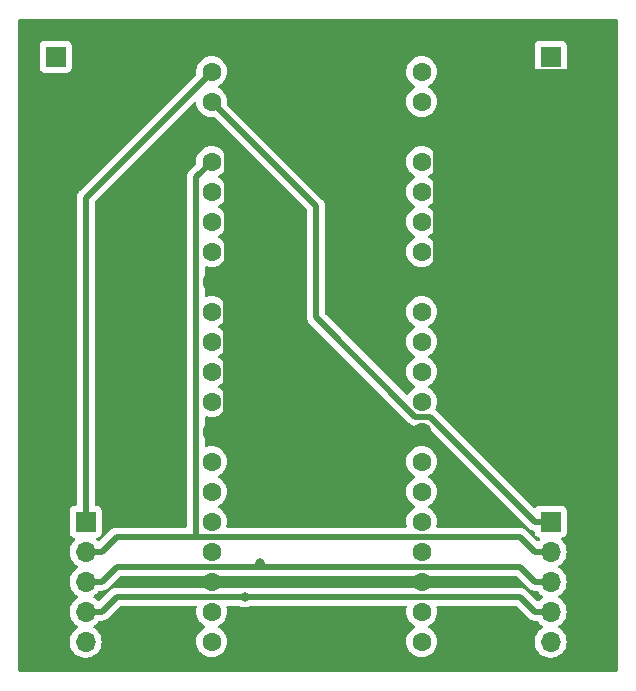
<source format=gbr>
%TF.GenerationSoftware,KiCad,Pcbnew,(6.0.6-0)*%
%TF.CreationDate,2022-10-25T05:48:03+09:00*%
%TF.ProjectId,PicoPi-1,5069636f-5069-42d3-912e-6b696361645f,rev?*%
%TF.SameCoordinates,Original*%
%TF.FileFunction,Copper,L2,Bot*%
%TF.FilePolarity,Positive*%
%FSLAX46Y46*%
G04 Gerber Fmt 4.6, Leading zero omitted, Abs format (unit mm)*
G04 Created by KiCad (PCBNEW (6.0.6-0)) date 2022-10-25 05:48:03*
%MOMM*%
%LPD*%
G01*
G04 APERTURE LIST*
%TA.AperFunction,ComponentPad*%
%ADD10C,1.600000*%
%TD*%
%TA.AperFunction,ComponentPad*%
%ADD11R,1.700000X1.700000*%
%TD*%
%TA.AperFunction,ComponentPad*%
%ADD12O,1.700000X1.700000*%
%TD*%
%TA.AperFunction,ViaPad*%
%ADD13C,0.800000*%
%TD*%
%TA.AperFunction,Conductor*%
%ADD14C,1.000000*%
%TD*%
%TA.AperFunction,Conductor*%
%ADD15C,0.500000*%
%TD*%
G04 APERTURE END LIST*
D10*
%TO.P,J1,1,Pin_1*%
%TO.N,/G1*%
X124968000Y-132080000D03*
%TO.P,J1,2,Pin_2*%
%TO.N,/G2*%
X124968000Y-134620000D03*
%TO.P,J1,3,Pin_3*%
%TO.N,GND*%
X124968000Y-137160000D03*
%TO.P,J1,4,Pin_4*%
%TO.N,/B1*%
X124968000Y-139700000D03*
%TO.P,J1,5,Pin_5*%
%TO.N,/B2*%
X124968000Y-142240000D03*
%TO.P,J1,6,Pin_6*%
%TO.N,/B3*%
X124968000Y-144780000D03*
%TO.P,J1,7,Pin_7*%
%TO.N,/B4*%
X124968000Y-147320000D03*
%TO.P,J1,8,Pin_8*%
%TO.N,GND*%
X124968000Y-149860000D03*
%TO.P,J1,9,Pin_9*%
%TO.N,/X0*%
X124968000Y-152400000D03*
%TO.P,J1,10,Pin_10*%
%TO.N,/X1*%
X124968000Y-154940000D03*
%TO.P,J1,11,Pin_11*%
%TO.N,/X2*%
X124968000Y-157480000D03*
%TO.P,J1,12,Pin_12*%
%TO.N,/X3*%
X124968000Y-160020000D03*
%TO.P,J1,13,Pin_13*%
%TO.N,GND*%
X124968000Y-162560000D03*
%TO.P,J1,14,Pin_14*%
%TO.N,/X4*%
X124968000Y-165100000D03*
%TO.P,J1,15,Pin_15*%
%TO.N,/X5*%
X124968000Y-167640000D03*
%TO.P,J1,16,Pin_16*%
%TO.N,/X6*%
X124968000Y-170180000D03*
%TO.P,J1,17,Pin_17*%
%TO.N,/X7*%
X124968000Y-172720000D03*
%TO.P,J1,18,Pin_18*%
%TO.N,GND*%
X124968000Y-175260000D03*
%TO.P,J1,19,Pin_19*%
%TO.N,/X8*%
X124968000Y-177800000D03*
%TO.P,J1,20,Pin_20*%
%TO.N,/X9*%
X124968000Y-180340000D03*
%TO.P,J1,21,Pin_21*%
%TO.N,/Y0*%
X142748000Y-180340000D03*
%TO.P,J1,22,Pin_22*%
%TO.N,/Y1*%
X142748000Y-177800000D03*
%TO.P,J1,23,Pin_23*%
%TO.N,GND*%
X142748000Y-175260000D03*
%TO.P,J1,24,Pin_24*%
%TO.N,/Y2*%
X142748000Y-172720000D03*
%TO.P,J1,25,Pin_25*%
%TO.N,/Y3*%
X142748000Y-170180000D03*
%TO.P,J1,26,Pin_26*%
%TO.N,/Y4*%
X142748000Y-167640000D03*
%TO.P,J1,27,Pin_27*%
%TO.N,/Y5*%
X142748000Y-165100000D03*
%TO.P,J1,28,Pin_28*%
%TO.N,GND*%
X142748000Y-162560000D03*
%TO.P,J1,29,Pin_29*%
%TO.N,/Y6*%
X142748000Y-160020000D03*
%TO.P,J1,30,Pin_30*%
%TO.N,unconnected-(J1-Pad30)*%
X142748000Y-157480000D03*
%TO.P,J1,31,Pin_31*%
%TO.N,/Y7*%
X142748000Y-154940000D03*
%TO.P,J1,32,Pin_32*%
%TO.N,/Y8*%
X142748000Y-152400000D03*
%TO.P,J1,33,Pin_33*%
%TO.N,GND*%
X142748000Y-149860000D03*
%TO.P,J1,34,Pin_34*%
%TO.N,/Y9*%
X142748000Y-147320000D03*
%TO.P,J1,35,Pin_35*%
%TO.N,unconnected-(J1-Pad35)*%
X142748000Y-144780000D03*
%TO.P,J1,36,Pin_36*%
%TO.N,+3.3V*%
X142748000Y-142240000D03*
%TO.P,J1,37,Pin_37*%
%TO.N,unconnected-(J1-Pad37)*%
X142748000Y-139700000D03*
%TO.P,J1,38,Pin_38*%
%TO.N,GND*%
X142748000Y-137160000D03*
%TO.P,J1,39,Pin_39*%
%TO.N,unconnected-(J1-Pad39)*%
X142748000Y-134620000D03*
%TO.P,J1,40,Pin_40*%
%TO.N,unconnected-(J1-Pad40)*%
X142748000Y-132080000D03*
%TD*%
D11*
%TO.P,J2,1,Pin_1*%
%TO.N,/G1*%
X114300000Y-170185000D03*
D12*
%TO.P,J2,2,Pin_2*%
%TO.N,/B1*%
X114300000Y-172725000D03*
%TO.P,J2,3,Pin_3*%
%TO.N,/B2*%
X114300000Y-175265000D03*
%TO.P,J2,4,Pin_4*%
%TO.N,/B3*%
X114300000Y-177805000D03*
%TO.P,J2,5,Pin_5*%
%TO.N,/B4*%
X114300000Y-180345000D03*
%TD*%
D11*
%TO.P,J3,1,Pin_1*%
%TO.N,/G2*%
X153670000Y-170180000D03*
D12*
%TO.P,J3,2,Pin_2*%
%TO.N,/B1*%
X153670000Y-172720000D03*
%TO.P,J3,3,Pin_3*%
%TO.N,/B2*%
X153670000Y-175260000D03*
%TO.P,J3,4,Pin_4*%
%TO.N,/B3*%
X153670000Y-177800000D03*
%TO.P,J3,5,Pin_5*%
%TO.N,/B4*%
X153670000Y-180340000D03*
%TD*%
D11*
%TO.P,J4,1,Pin_1*%
%TO.N,/X*%
X111760000Y-130810000D03*
D12*
%TO.P,J4,2,Pin_2*%
%TO.N,GND*%
X114300000Y-130810000D03*
%TD*%
D11*
%TO.P,J5,1,Pin_1*%
%TO.N,/Y*%
X153670000Y-130810000D03*
D12*
%TO.P,J5,2,Pin_2*%
%TO.N,GND*%
X156210000Y-130810000D03*
%TD*%
D13*
%TO.N,/B3*%
X127782300Y-176530100D03*
%TO.N,/B2*%
X129096600Y-173706400D03*
%TD*%
D14*
%TO.N,GND*%
X156210000Y-130810000D02*
X156210000Y-132410000D01*
X126508400Y-148319600D02*
X124968000Y-149860000D01*
X126508400Y-138700400D02*
X126508400Y-148319600D01*
X124968000Y-137160000D02*
X126508400Y-138700400D01*
X144248800Y-148359200D02*
X142748000Y-149860000D01*
X144248800Y-137160000D02*
X144248800Y-148359200D01*
X148998800Y-132410000D02*
X144248800Y-137160000D01*
X156210000Y-132410000D02*
X148998800Y-132410000D01*
X144248800Y-137160000D02*
X142748000Y-137160000D01*
X127968800Y-162560000D02*
X126468400Y-161059600D01*
X142748000Y-162560000D02*
X127968800Y-162560000D01*
X124968000Y-162560000D02*
X126468400Y-161059600D01*
X126468400Y-151360400D02*
X124968000Y-149860000D01*
X126468400Y-161059600D02*
X126468400Y-151360400D01*
X142748000Y-175260000D02*
X124968000Y-175260000D01*
D15*
%TO.N,/G2*%
X133810200Y-143462200D02*
X124968000Y-134620000D01*
X133810200Y-152884600D02*
X133810200Y-143462200D01*
X142215600Y-161290000D02*
X133810200Y-152884600D01*
X143430000Y-161290000D02*
X142215600Y-161290000D01*
X152320000Y-170180000D02*
X143430000Y-161290000D01*
X153670000Y-170180000D02*
X152320000Y-170180000D01*
%TO.N,/B3*%
X153670000Y-177800000D02*
X152320000Y-177800000D01*
X114300000Y-177805000D02*
X115650000Y-177805000D01*
X151050100Y-176530100D02*
X127782300Y-176530100D01*
X152320000Y-177800000D02*
X151050100Y-176530100D01*
X116924900Y-176530100D02*
X115650000Y-177805000D01*
X127782300Y-176530100D02*
X116924900Y-176530100D01*
%TO.N,/B2*%
X153670000Y-175260000D02*
X152320000Y-175260000D01*
X114300000Y-175265000D02*
X115650000Y-175265000D01*
X129096600Y-173990100D02*
X129096600Y-173706400D01*
X151050100Y-173990100D02*
X129096600Y-173990100D01*
X152320000Y-175260000D02*
X151050100Y-173990100D01*
X116924900Y-173990100D02*
X115650000Y-175265000D01*
X129096600Y-173990100D02*
X116924900Y-173990100D01*
%TO.N,/B1*%
X153670000Y-172720000D02*
X152320000Y-172720000D01*
X114300000Y-172725000D02*
X115650000Y-172725000D01*
X123644700Y-141023300D02*
X124968000Y-139700000D01*
X123644700Y-171450100D02*
X123644700Y-141023300D01*
X151050100Y-171450100D02*
X123644700Y-171450100D01*
X152320000Y-172720000D02*
X151050100Y-171450100D01*
X116924900Y-171450100D02*
X115650000Y-172725000D01*
X123644700Y-171450100D02*
X116924900Y-171450100D01*
%TO.N,/G1*%
X114300000Y-142748000D02*
X124968000Y-132080000D01*
X114300000Y-170185000D02*
X114300000Y-142748000D01*
%TD*%
%TA.AperFunction,Conductor*%
%TO.N,GND*%
G36*
X159327121Y-127655002D02*
G01*
X159373614Y-127708658D01*
X159385000Y-127761000D01*
X159385000Y-182754000D01*
X159364998Y-182822121D01*
X159311342Y-182868614D01*
X159259000Y-182880000D01*
X108711000Y-182880000D01*
X108642879Y-182859998D01*
X108596386Y-182806342D01*
X108585000Y-182754000D01*
X108585000Y-180311695D01*
X112937251Y-180311695D01*
X112937548Y-180316848D01*
X112937548Y-180316851D01*
X112942914Y-180409908D01*
X112950110Y-180534715D01*
X112951247Y-180539761D01*
X112951248Y-180539767D01*
X112972265Y-180633023D01*
X112999222Y-180752639D01*
X113083266Y-180959616D01*
X113199987Y-181150088D01*
X113346250Y-181318938D01*
X113421213Y-181381173D01*
X113508123Y-181453327D01*
X113518126Y-181461632D01*
X113711000Y-181574338D01*
X113919692Y-181654030D01*
X113924760Y-181655061D01*
X113924763Y-181655062D01*
X114017970Y-181674025D01*
X114138597Y-181698567D01*
X114143772Y-181698757D01*
X114143774Y-181698757D01*
X114356673Y-181706564D01*
X114356677Y-181706564D01*
X114361837Y-181706753D01*
X114366957Y-181706097D01*
X114366959Y-181706097D01*
X114578288Y-181679025D01*
X114578289Y-181679025D01*
X114583416Y-181678368D01*
X114600082Y-181673368D01*
X114792429Y-181615661D01*
X114792434Y-181615659D01*
X114797384Y-181614174D01*
X114997994Y-181515896D01*
X115179860Y-181386173D01*
X115338096Y-181228489D01*
X115395222Y-181148990D01*
X115465435Y-181051277D01*
X115468453Y-181047077D01*
X115493327Y-180996749D01*
X115565136Y-180851453D01*
X115565137Y-180851451D01*
X115567430Y-180846811D01*
X115632370Y-180633069D01*
X115661529Y-180411590D01*
X115663156Y-180345000D01*
X115644852Y-180122361D01*
X115590431Y-179905702D01*
X115501354Y-179700840D01*
X115380014Y-179513277D01*
X115229670Y-179348051D01*
X115225619Y-179344852D01*
X115225615Y-179344848D01*
X115058414Y-179212800D01*
X115058410Y-179212798D01*
X115054359Y-179209598D01*
X115013053Y-179186796D01*
X114963084Y-179136364D01*
X114948312Y-179066921D01*
X114973428Y-179000516D01*
X115000780Y-178973909D01*
X115056217Y-178934366D01*
X115179860Y-178846173D01*
X115338096Y-178688489D01*
X115390203Y-178615974D01*
X115446198Y-178572326D01*
X115492526Y-178563500D01*
X115582930Y-178563500D01*
X115601880Y-178564933D01*
X115616115Y-178567099D01*
X115616119Y-178567099D01*
X115623349Y-178568199D01*
X115630641Y-178567606D01*
X115630644Y-178567606D01*
X115676018Y-178563915D01*
X115686233Y-178563500D01*
X115694293Y-178563500D01*
X115707583Y-178561951D01*
X115722507Y-178560211D01*
X115726882Y-178559778D01*
X115792339Y-178554454D01*
X115792342Y-178554453D01*
X115799637Y-178553860D01*
X115806601Y-178551604D01*
X115812560Y-178550413D01*
X115818415Y-178549029D01*
X115825681Y-178548182D01*
X115894327Y-178523265D01*
X115898455Y-178521848D01*
X115960936Y-178501607D01*
X115960938Y-178501606D01*
X115967899Y-178499351D01*
X115974154Y-178495555D01*
X115979628Y-178493049D01*
X115985058Y-178490330D01*
X115991937Y-178487833D01*
X116046954Y-178451762D01*
X116052976Y-178447814D01*
X116056680Y-178445477D01*
X116119107Y-178407595D01*
X116127484Y-178400197D01*
X116127508Y-178400224D01*
X116130500Y-178397571D01*
X116133733Y-178394868D01*
X116139852Y-178390856D01*
X116193128Y-178334617D01*
X116195506Y-178332175D01*
X117202176Y-177325505D01*
X117264488Y-177291479D01*
X117291271Y-177288600D01*
X123586164Y-177288600D01*
X123654285Y-177308602D01*
X123700778Y-177362258D01*
X123710882Y-177432532D01*
X123707871Y-177447211D01*
X123674457Y-177571913D01*
X123654502Y-177800000D01*
X123674457Y-178028087D01*
X123675881Y-178033400D01*
X123675881Y-178033402D01*
X123722557Y-178207596D01*
X123733716Y-178249243D01*
X123736039Y-178254224D01*
X123736039Y-178254225D01*
X123828151Y-178451762D01*
X123828154Y-178451767D01*
X123830477Y-178456749D01*
X123874033Y-178518953D01*
X123940579Y-178613990D01*
X123961802Y-178644300D01*
X124123700Y-178806198D01*
X124128208Y-178809355D01*
X124128211Y-178809357D01*
X124206389Y-178864098D01*
X124311251Y-178937523D01*
X124316233Y-178939846D01*
X124316238Y-178939849D01*
X124350457Y-178955805D01*
X124403742Y-179002722D01*
X124423203Y-179070999D01*
X124402661Y-179138959D01*
X124350457Y-179184195D01*
X124316238Y-179200151D01*
X124316233Y-179200154D01*
X124311251Y-179202477D01*
X124206389Y-179275902D01*
X124128211Y-179330643D01*
X124128208Y-179330645D01*
X124123700Y-179333802D01*
X123961802Y-179495700D01*
X123958645Y-179500208D01*
X123958643Y-179500211D01*
X123903902Y-179578389D01*
X123830477Y-179683251D01*
X123828154Y-179688233D01*
X123828151Y-179688238D01*
X123739060Y-179879297D01*
X123733716Y-179890757D01*
X123732294Y-179896065D01*
X123732293Y-179896067D01*
X123681779Y-180084588D01*
X123674457Y-180111913D01*
X123654502Y-180340000D01*
X123674457Y-180568087D01*
X123675881Y-180573400D01*
X123675881Y-180573402D01*
X123723851Y-180752425D01*
X123733716Y-180789243D01*
X123736039Y-180794224D01*
X123736039Y-180794225D01*
X123828151Y-180991762D01*
X123828154Y-180991767D01*
X123830477Y-180996749D01*
X123833634Y-181001257D01*
X123940579Y-181153990D01*
X123961802Y-181184300D01*
X124123700Y-181346198D01*
X124128208Y-181349355D01*
X124128211Y-181349357D01*
X124206389Y-181404098D01*
X124311251Y-181477523D01*
X124316233Y-181479846D01*
X124316238Y-181479849D01*
X124513282Y-181571731D01*
X124518757Y-181574284D01*
X124524065Y-181575706D01*
X124524067Y-181575707D01*
X124734598Y-181632119D01*
X124734600Y-181632119D01*
X124739913Y-181633543D01*
X124968000Y-181653498D01*
X125196087Y-181633543D01*
X125201400Y-181632119D01*
X125201402Y-181632119D01*
X125411933Y-181575707D01*
X125411935Y-181575706D01*
X125417243Y-181574284D01*
X125422718Y-181571731D01*
X125619762Y-181479849D01*
X125619767Y-181479846D01*
X125624749Y-181477523D01*
X125729611Y-181404098D01*
X125807789Y-181349357D01*
X125807792Y-181349355D01*
X125812300Y-181346198D01*
X125974198Y-181184300D01*
X125995422Y-181153990D01*
X126102366Y-181001257D01*
X126105523Y-180996749D01*
X126107846Y-180991767D01*
X126107849Y-180991762D01*
X126199961Y-180794225D01*
X126199961Y-180794224D01*
X126202284Y-180789243D01*
X126212150Y-180752425D01*
X126260119Y-180573402D01*
X126260119Y-180573400D01*
X126261543Y-180568087D01*
X126281498Y-180340000D01*
X126261543Y-180111913D01*
X126254221Y-180084588D01*
X126203707Y-179896067D01*
X126203706Y-179896065D01*
X126202284Y-179890757D01*
X126196940Y-179879297D01*
X126107849Y-179688238D01*
X126107846Y-179688233D01*
X126105523Y-179683251D01*
X126032098Y-179578389D01*
X125977357Y-179500211D01*
X125977355Y-179500208D01*
X125974198Y-179495700D01*
X125812300Y-179333802D01*
X125807792Y-179330645D01*
X125807789Y-179330643D01*
X125729611Y-179275902D01*
X125624749Y-179202477D01*
X125619767Y-179200154D01*
X125619762Y-179200151D01*
X125585543Y-179184195D01*
X125532258Y-179137278D01*
X125512797Y-179069001D01*
X125533339Y-179001041D01*
X125585543Y-178955805D01*
X125619762Y-178939849D01*
X125619767Y-178939846D01*
X125624749Y-178937523D01*
X125729611Y-178864098D01*
X125807789Y-178809357D01*
X125807792Y-178809355D01*
X125812300Y-178806198D01*
X125974198Y-178644300D01*
X125995422Y-178613990D01*
X126061967Y-178518953D01*
X126105523Y-178456749D01*
X126107846Y-178451767D01*
X126107849Y-178451762D01*
X126199961Y-178254225D01*
X126199961Y-178254224D01*
X126202284Y-178249243D01*
X126213444Y-178207596D01*
X126260119Y-178033402D01*
X126260119Y-178033400D01*
X126261543Y-178028087D01*
X126281498Y-177800000D01*
X126261543Y-177571913D01*
X126228129Y-177447211D01*
X126229819Y-177376235D01*
X126269613Y-177317439D01*
X126334877Y-177289491D01*
X126349836Y-177288600D01*
X127239713Y-177288600D01*
X127313772Y-177312663D01*
X127320202Y-177317335D01*
X127320209Y-177317339D01*
X127325548Y-177321218D01*
X127331576Y-177323902D01*
X127331578Y-177323903D01*
X127493981Y-177396209D01*
X127500012Y-177398894D01*
X127593412Y-177418747D01*
X127680356Y-177437228D01*
X127680361Y-177437228D01*
X127686813Y-177438600D01*
X127877787Y-177438600D01*
X127884239Y-177437228D01*
X127884244Y-177437228D01*
X127971188Y-177418747D01*
X128064588Y-177398894D01*
X128070619Y-177396209D01*
X128233022Y-177323903D01*
X128233024Y-177323902D01*
X128239052Y-177321218D01*
X128244391Y-177317339D01*
X128244398Y-177317335D01*
X128250828Y-177312663D01*
X128324887Y-177288600D01*
X141366164Y-177288600D01*
X141434285Y-177308602D01*
X141480778Y-177362258D01*
X141490882Y-177432532D01*
X141487871Y-177447211D01*
X141454457Y-177571913D01*
X141434502Y-177800000D01*
X141454457Y-178028087D01*
X141455881Y-178033400D01*
X141455881Y-178033402D01*
X141502557Y-178207596D01*
X141513716Y-178249243D01*
X141516039Y-178254224D01*
X141516039Y-178254225D01*
X141608151Y-178451762D01*
X141608154Y-178451767D01*
X141610477Y-178456749D01*
X141654033Y-178518953D01*
X141720579Y-178613990D01*
X141741802Y-178644300D01*
X141903700Y-178806198D01*
X141908208Y-178809355D01*
X141908211Y-178809357D01*
X141986389Y-178864098D01*
X142091251Y-178937523D01*
X142096233Y-178939846D01*
X142096238Y-178939849D01*
X142130457Y-178955805D01*
X142183742Y-179002722D01*
X142203203Y-179070999D01*
X142182661Y-179138959D01*
X142130457Y-179184195D01*
X142096238Y-179200151D01*
X142096233Y-179200154D01*
X142091251Y-179202477D01*
X141986389Y-179275902D01*
X141908211Y-179330643D01*
X141908208Y-179330645D01*
X141903700Y-179333802D01*
X141741802Y-179495700D01*
X141738645Y-179500208D01*
X141738643Y-179500211D01*
X141683902Y-179578389D01*
X141610477Y-179683251D01*
X141608154Y-179688233D01*
X141608151Y-179688238D01*
X141519060Y-179879297D01*
X141513716Y-179890757D01*
X141512294Y-179896065D01*
X141512293Y-179896067D01*
X141461779Y-180084588D01*
X141454457Y-180111913D01*
X141434502Y-180340000D01*
X141454457Y-180568087D01*
X141455881Y-180573400D01*
X141455881Y-180573402D01*
X141503851Y-180752425D01*
X141513716Y-180789243D01*
X141516039Y-180794224D01*
X141516039Y-180794225D01*
X141608151Y-180991762D01*
X141608154Y-180991767D01*
X141610477Y-180996749D01*
X141613634Y-181001257D01*
X141720579Y-181153990D01*
X141741802Y-181184300D01*
X141903700Y-181346198D01*
X141908208Y-181349355D01*
X141908211Y-181349357D01*
X141986389Y-181404098D01*
X142091251Y-181477523D01*
X142096233Y-181479846D01*
X142096238Y-181479849D01*
X142293282Y-181571731D01*
X142298757Y-181574284D01*
X142304065Y-181575706D01*
X142304067Y-181575707D01*
X142514598Y-181632119D01*
X142514600Y-181632119D01*
X142519913Y-181633543D01*
X142748000Y-181653498D01*
X142976087Y-181633543D01*
X142981400Y-181632119D01*
X142981402Y-181632119D01*
X143191933Y-181575707D01*
X143191935Y-181575706D01*
X143197243Y-181574284D01*
X143202718Y-181571731D01*
X143399762Y-181479849D01*
X143399767Y-181479846D01*
X143404749Y-181477523D01*
X143509611Y-181404098D01*
X143587789Y-181349357D01*
X143587792Y-181349355D01*
X143592300Y-181346198D01*
X143754198Y-181184300D01*
X143775422Y-181153990D01*
X143882366Y-181001257D01*
X143885523Y-180996749D01*
X143887846Y-180991767D01*
X143887849Y-180991762D01*
X143979961Y-180794225D01*
X143979961Y-180794224D01*
X143982284Y-180789243D01*
X143992150Y-180752425D01*
X144040119Y-180573402D01*
X144040119Y-180573400D01*
X144041543Y-180568087D01*
X144061498Y-180340000D01*
X144041543Y-180111913D01*
X144034221Y-180084588D01*
X143983707Y-179896067D01*
X143983706Y-179896065D01*
X143982284Y-179890757D01*
X143976940Y-179879297D01*
X143887849Y-179688238D01*
X143887846Y-179688233D01*
X143885523Y-179683251D01*
X143812098Y-179578389D01*
X143757357Y-179500211D01*
X143757355Y-179500208D01*
X143754198Y-179495700D01*
X143592300Y-179333802D01*
X143587792Y-179330645D01*
X143587789Y-179330643D01*
X143509611Y-179275902D01*
X143404749Y-179202477D01*
X143399767Y-179200154D01*
X143399762Y-179200151D01*
X143365543Y-179184195D01*
X143312258Y-179137278D01*
X143292797Y-179069001D01*
X143313339Y-179001041D01*
X143365543Y-178955805D01*
X143399762Y-178939849D01*
X143399767Y-178939846D01*
X143404749Y-178937523D01*
X143509611Y-178864098D01*
X143587789Y-178809357D01*
X143587792Y-178809355D01*
X143592300Y-178806198D01*
X143754198Y-178644300D01*
X143775422Y-178613990D01*
X143841967Y-178518953D01*
X143885523Y-178456749D01*
X143887846Y-178451767D01*
X143887849Y-178451762D01*
X143979961Y-178254225D01*
X143979961Y-178254224D01*
X143982284Y-178249243D01*
X143993444Y-178207596D01*
X144040119Y-178033402D01*
X144040119Y-178033400D01*
X144041543Y-178028087D01*
X144061498Y-177800000D01*
X144041543Y-177571913D01*
X144008129Y-177447211D01*
X144009819Y-177376235D01*
X144049613Y-177317439D01*
X144114877Y-177289491D01*
X144129836Y-177288600D01*
X150683729Y-177288600D01*
X150751850Y-177308602D01*
X150772824Y-177325505D01*
X151736230Y-178288911D01*
X151748616Y-178303323D01*
X151757149Y-178314918D01*
X151757154Y-178314923D01*
X151761492Y-178320818D01*
X151767070Y-178325557D01*
X151767073Y-178325560D01*
X151801768Y-178355035D01*
X151809284Y-178361965D01*
X151814980Y-178367661D01*
X151817841Y-178369924D01*
X151817846Y-178369929D01*
X151837266Y-178385293D01*
X151840667Y-178388082D01*
X151896285Y-178435333D01*
X151902798Y-178438659D01*
X151907837Y-178442020D01*
X151912979Y-178445196D01*
X151918716Y-178449734D01*
X151984875Y-178480655D01*
X151988769Y-178482558D01*
X152053808Y-178515769D01*
X152060917Y-178517508D01*
X152066551Y-178519604D01*
X152072321Y-178521523D01*
X152078950Y-178524622D01*
X152086113Y-178526112D01*
X152086116Y-178526113D01*
X152136830Y-178536661D01*
X152150435Y-178539491D01*
X152154701Y-178540457D01*
X152225610Y-178557808D01*
X152231212Y-178558156D01*
X152231215Y-178558156D01*
X152236764Y-178558500D01*
X152236762Y-178558535D01*
X152240734Y-178558775D01*
X152244955Y-178559152D01*
X152252115Y-178560641D01*
X152329542Y-178558546D01*
X152332950Y-178558500D01*
X152472491Y-178558500D01*
X152540612Y-178578502D01*
X152569402Y-178605595D01*
X152569987Y-178605088D01*
X152716250Y-178773938D01*
X152888126Y-178916632D01*
X152955163Y-178955805D01*
X152961445Y-178959476D01*
X153010169Y-179011114D01*
X153023240Y-179080897D01*
X152996509Y-179146669D01*
X152956055Y-179180027D01*
X152943607Y-179186507D01*
X152939474Y-179189610D01*
X152939471Y-179189612D01*
X152769100Y-179317530D01*
X152764965Y-179320635D01*
X152610629Y-179482138D01*
X152607715Y-179486410D01*
X152607714Y-179486411D01*
X152598300Y-179500211D01*
X152484743Y-179666680D01*
X152390688Y-179869305D01*
X152330989Y-180084570D01*
X152307251Y-180306695D01*
X152307548Y-180311848D01*
X152307548Y-180311851D01*
X152313011Y-180406590D01*
X152320110Y-180529715D01*
X152321247Y-180534761D01*
X152321248Y-180534767D01*
X152329955Y-180573402D01*
X152369222Y-180747639D01*
X152453266Y-180954616D01*
X152569987Y-181145088D01*
X152716250Y-181313938D01*
X152888126Y-181456632D01*
X153081000Y-181569338D01*
X153085825Y-181571180D01*
X153085826Y-181571181D01*
X153098920Y-181576181D01*
X153289692Y-181649030D01*
X153294760Y-181650061D01*
X153294763Y-181650062D01*
X153402017Y-181671883D01*
X153508597Y-181693567D01*
X153513772Y-181693757D01*
X153513774Y-181693757D01*
X153726673Y-181701564D01*
X153726677Y-181701564D01*
X153731837Y-181701753D01*
X153736957Y-181701097D01*
X153736959Y-181701097D01*
X153948288Y-181674025D01*
X153948289Y-181674025D01*
X153953416Y-181673368D01*
X154014433Y-181655062D01*
X154162429Y-181610661D01*
X154162434Y-181610659D01*
X154167384Y-181609174D01*
X154367994Y-181510896D01*
X154549860Y-181381173D01*
X154581788Y-181349357D01*
X154704435Y-181227137D01*
X154708096Y-181223489D01*
X154739498Y-181179789D01*
X154835435Y-181046277D01*
X154838453Y-181042077D01*
X154858628Y-181001257D01*
X154935136Y-180846453D01*
X154935137Y-180846451D01*
X154937430Y-180841811D01*
X155002370Y-180628069D01*
X155031529Y-180406590D01*
X155033156Y-180340000D01*
X155014852Y-180117361D01*
X154960431Y-179900702D01*
X154871354Y-179695840D01*
X154831906Y-179634862D01*
X154752822Y-179512617D01*
X154752820Y-179512614D01*
X154750014Y-179508277D01*
X154599670Y-179343051D01*
X154595619Y-179339852D01*
X154595615Y-179339848D01*
X154428414Y-179207800D01*
X154428410Y-179207798D01*
X154424359Y-179204598D01*
X154383053Y-179181796D01*
X154333084Y-179131364D01*
X154318312Y-179061921D01*
X154343428Y-178995516D01*
X154370780Y-178968909D01*
X154437060Y-178921632D01*
X154549860Y-178841173D01*
X154581788Y-178809357D01*
X154704435Y-178687137D01*
X154708096Y-178683489D01*
X154739498Y-178639789D01*
X154835435Y-178506277D01*
X154838453Y-178502077D01*
X154848099Y-178482561D01*
X154935136Y-178306453D01*
X154935137Y-178306451D01*
X154937430Y-178301811D01*
X155002370Y-178088069D01*
X155031529Y-177866590D01*
X155033156Y-177800000D01*
X155014852Y-177577361D01*
X154960431Y-177360702D01*
X154871354Y-177155840D01*
X154831906Y-177094862D01*
X154752822Y-176972617D01*
X154752820Y-176972614D01*
X154750014Y-176968277D01*
X154599670Y-176803051D01*
X154595619Y-176799852D01*
X154595615Y-176799848D01*
X154428414Y-176667800D01*
X154428410Y-176667798D01*
X154424359Y-176664598D01*
X154383053Y-176641796D01*
X154333084Y-176591364D01*
X154318312Y-176521921D01*
X154343428Y-176455516D01*
X154370780Y-176428909D01*
X154437060Y-176381632D01*
X154549860Y-176301173D01*
X154708096Y-176143489D01*
X154838453Y-175962077D01*
X154846983Y-175944819D01*
X154935136Y-175766453D01*
X154935137Y-175766451D01*
X154937430Y-175761811D01*
X155002370Y-175548069D01*
X155031529Y-175326590D01*
X155033156Y-175260000D01*
X155014852Y-175037361D01*
X154960431Y-174820702D01*
X154871354Y-174615840D01*
X154831906Y-174554862D01*
X154752822Y-174432617D01*
X154752820Y-174432614D01*
X154750014Y-174428277D01*
X154599670Y-174263051D01*
X154595619Y-174259852D01*
X154595615Y-174259848D01*
X154428414Y-174127800D01*
X154428410Y-174127798D01*
X154424359Y-174124598D01*
X154383053Y-174101796D01*
X154333084Y-174051364D01*
X154318312Y-173981921D01*
X154343428Y-173915516D01*
X154370780Y-173888909D01*
X154437060Y-173841632D01*
X154549860Y-173761173D01*
X154708096Y-173603489D01*
X154838453Y-173422077D01*
X154846983Y-173404819D01*
X154935136Y-173226453D01*
X154935137Y-173226451D01*
X154937430Y-173221811D01*
X155002370Y-173008069D01*
X155031529Y-172786590D01*
X155033156Y-172720000D01*
X155014852Y-172497361D01*
X154960431Y-172280702D01*
X154871354Y-172075840D01*
X154831906Y-172014862D01*
X154752822Y-171892617D01*
X154752820Y-171892614D01*
X154750014Y-171888277D01*
X154727379Y-171863401D01*
X154602798Y-171726488D01*
X154571746Y-171662642D01*
X154580141Y-171592143D01*
X154625317Y-171537375D01*
X154651761Y-171523706D01*
X154758297Y-171483767D01*
X154766705Y-171480615D01*
X154883261Y-171393261D01*
X154970615Y-171276705D01*
X155021745Y-171140316D01*
X155028500Y-171078134D01*
X155028500Y-169281866D01*
X155021745Y-169219684D01*
X154970615Y-169083295D01*
X154883261Y-168966739D01*
X154766705Y-168879385D01*
X154630316Y-168828255D01*
X154568134Y-168821500D01*
X152771866Y-168821500D01*
X152709684Y-168828255D01*
X152573295Y-168879385D01*
X152456739Y-168966739D01*
X152451358Y-168973919D01*
X152451356Y-168973921D01*
X152425093Y-169008963D01*
X152368234Y-169051478D01*
X152297415Y-169056502D01*
X152235173Y-169022492D01*
X144013770Y-160801089D01*
X144001384Y-160786677D01*
X143992851Y-160775082D01*
X143992846Y-160775077D01*
X143988508Y-160769182D01*
X143957089Y-160742490D01*
X143918126Y-160683142D01*
X143917433Y-160612148D01*
X143924475Y-160593217D01*
X143979959Y-160474230D01*
X143979961Y-160474225D01*
X143982284Y-160469243D01*
X144041543Y-160248087D01*
X144061498Y-160020000D01*
X144041543Y-159791913D01*
X143982284Y-159570757D01*
X143964691Y-159533028D01*
X143887849Y-159368238D01*
X143887846Y-159368233D01*
X143885523Y-159363251D01*
X143754198Y-159175700D01*
X143592300Y-159013802D01*
X143587792Y-159010645D01*
X143587789Y-159010643D01*
X143509611Y-158955902D01*
X143404749Y-158882477D01*
X143399767Y-158880154D01*
X143399762Y-158880151D01*
X143365543Y-158864195D01*
X143312258Y-158817278D01*
X143292797Y-158749001D01*
X143313339Y-158681041D01*
X143365543Y-158635805D01*
X143399762Y-158619849D01*
X143399767Y-158619846D01*
X143404749Y-158617523D01*
X143509611Y-158544098D01*
X143587789Y-158489357D01*
X143587792Y-158489355D01*
X143592300Y-158486198D01*
X143754198Y-158324300D01*
X143885523Y-158136749D01*
X143887846Y-158131767D01*
X143887849Y-158131762D01*
X143979961Y-157934225D01*
X143979961Y-157934224D01*
X143982284Y-157929243D01*
X144041543Y-157708087D01*
X144061498Y-157480000D01*
X144041543Y-157251913D01*
X143982284Y-157030757D01*
X143979961Y-157025775D01*
X143887849Y-156828238D01*
X143887846Y-156828233D01*
X143885523Y-156823251D01*
X143754198Y-156635700D01*
X143592300Y-156473802D01*
X143587792Y-156470645D01*
X143587789Y-156470643D01*
X143509611Y-156415902D01*
X143404749Y-156342477D01*
X143399767Y-156340154D01*
X143399762Y-156340151D01*
X143365543Y-156324195D01*
X143312258Y-156277278D01*
X143292797Y-156209001D01*
X143313339Y-156141041D01*
X143365543Y-156095805D01*
X143399762Y-156079849D01*
X143399767Y-156079846D01*
X143404749Y-156077523D01*
X143509611Y-156004098D01*
X143587789Y-155949357D01*
X143587792Y-155949355D01*
X143592300Y-155946198D01*
X143754198Y-155784300D01*
X143885523Y-155596749D01*
X143887846Y-155591767D01*
X143887849Y-155591762D01*
X143979961Y-155394225D01*
X143979961Y-155394224D01*
X143982284Y-155389243D01*
X144041543Y-155168087D01*
X144061498Y-154940000D01*
X144041543Y-154711913D01*
X143982284Y-154490757D01*
X143979961Y-154485775D01*
X143887849Y-154288238D01*
X143887846Y-154288233D01*
X143885523Y-154283251D01*
X143754198Y-154095700D01*
X143592300Y-153933802D01*
X143587792Y-153930645D01*
X143587789Y-153930643D01*
X143509611Y-153875902D01*
X143404749Y-153802477D01*
X143399767Y-153800154D01*
X143399762Y-153800151D01*
X143365543Y-153784195D01*
X143312258Y-153737278D01*
X143292797Y-153669001D01*
X143313339Y-153601041D01*
X143365543Y-153555805D01*
X143399762Y-153539849D01*
X143399767Y-153539846D01*
X143404749Y-153537523D01*
X143558156Y-153430106D01*
X143587789Y-153409357D01*
X143587792Y-153409355D01*
X143592300Y-153406198D01*
X143754198Y-153244300D01*
X143783468Y-153202499D01*
X143882366Y-153061257D01*
X143885523Y-153056749D01*
X143887846Y-153051767D01*
X143887849Y-153051762D01*
X143979961Y-152854225D01*
X143979961Y-152854224D01*
X143982284Y-152849243D01*
X144041543Y-152628087D01*
X144061498Y-152400000D01*
X144041543Y-152171913D01*
X143982284Y-151950757D01*
X143979961Y-151945775D01*
X143887849Y-151748238D01*
X143887846Y-151748233D01*
X143885523Y-151743251D01*
X143754198Y-151555700D01*
X143592300Y-151393802D01*
X143587792Y-151390645D01*
X143587789Y-151390643D01*
X143509611Y-151335902D01*
X143404749Y-151262477D01*
X143399767Y-151260154D01*
X143399762Y-151260151D01*
X143202225Y-151168039D01*
X143202224Y-151168039D01*
X143197243Y-151165716D01*
X143191935Y-151164294D01*
X143191933Y-151164293D01*
X142981402Y-151107881D01*
X142981400Y-151107881D01*
X142976087Y-151106457D01*
X142748000Y-151086502D01*
X142519913Y-151106457D01*
X142514600Y-151107881D01*
X142514598Y-151107881D01*
X142304067Y-151164293D01*
X142304065Y-151164294D01*
X142298757Y-151165716D01*
X142293776Y-151168039D01*
X142293775Y-151168039D01*
X142096238Y-151260151D01*
X142096233Y-151260154D01*
X142091251Y-151262477D01*
X141986389Y-151335902D01*
X141908211Y-151390643D01*
X141908208Y-151390645D01*
X141903700Y-151393802D01*
X141741802Y-151555700D01*
X141610477Y-151743251D01*
X141608154Y-151748233D01*
X141608151Y-151748238D01*
X141516039Y-151945775D01*
X141513716Y-151950757D01*
X141454457Y-152171913D01*
X141434502Y-152400000D01*
X141454457Y-152628087D01*
X141513716Y-152849243D01*
X141516039Y-152854224D01*
X141516039Y-152854225D01*
X141608151Y-153051762D01*
X141608154Y-153051767D01*
X141610477Y-153056749D01*
X141613634Y-153061257D01*
X141712533Y-153202499D01*
X141741802Y-153244300D01*
X141903700Y-153406198D01*
X141908208Y-153409355D01*
X141908211Y-153409357D01*
X141937844Y-153430106D01*
X142091251Y-153537523D01*
X142096233Y-153539846D01*
X142096238Y-153539849D01*
X142130457Y-153555805D01*
X142183742Y-153602722D01*
X142203203Y-153670999D01*
X142182661Y-153738959D01*
X142130457Y-153784195D01*
X142096238Y-153800151D01*
X142096233Y-153800154D01*
X142091251Y-153802477D01*
X141986389Y-153875902D01*
X141908211Y-153930643D01*
X141908208Y-153930645D01*
X141903700Y-153933802D01*
X141741802Y-154095700D01*
X141610477Y-154283251D01*
X141608154Y-154288233D01*
X141608151Y-154288238D01*
X141516039Y-154485775D01*
X141513716Y-154490757D01*
X141454457Y-154711913D01*
X141434502Y-154940000D01*
X141454457Y-155168087D01*
X141513716Y-155389243D01*
X141516039Y-155394224D01*
X141516039Y-155394225D01*
X141608151Y-155591762D01*
X141608154Y-155591767D01*
X141610477Y-155596749D01*
X141741802Y-155784300D01*
X141903700Y-155946198D01*
X141908208Y-155949355D01*
X141908211Y-155949357D01*
X141986389Y-156004098D01*
X142091251Y-156077523D01*
X142096233Y-156079846D01*
X142096238Y-156079849D01*
X142130457Y-156095805D01*
X142183742Y-156142722D01*
X142203203Y-156210999D01*
X142182661Y-156278959D01*
X142130457Y-156324195D01*
X142096238Y-156340151D01*
X142096233Y-156340154D01*
X142091251Y-156342477D01*
X141986389Y-156415902D01*
X141908211Y-156470643D01*
X141908208Y-156470645D01*
X141903700Y-156473802D01*
X141741802Y-156635700D01*
X141610477Y-156823251D01*
X141608154Y-156828233D01*
X141608151Y-156828238D01*
X141516039Y-157025775D01*
X141513716Y-157030757D01*
X141454457Y-157251913D01*
X141434502Y-157480000D01*
X141454457Y-157708087D01*
X141513716Y-157929243D01*
X141516039Y-157934224D01*
X141516039Y-157934225D01*
X141608151Y-158131762D01*
X141608154Y-158131767D01*
X141610477Y-158136749D01*
X141741802Y-158324300D01*
X141903700Y-158486198D01*
X141908208Y-158489355D01*
X141908211Y-158489357D01*
X141986389Y-158544098D01*
X142091251Y-158617523D01*
X142096233Y-158619846D01*
X142096238Y-158619849D01*
X142130457Y-158635805D01*
X142183742Y-158682722D01*
X142203203Y-158750999D01*
X142182661Y-158818959D01*
X142130457Y-158864195D01*
X142096238Y-158880151D01*
X142096233Y-158880154D01*
X142091251Y-158882477D01*
X141986389Y-158955902D01*
X141908211Y-159010643D01*
X141908208Y-159010645D01*
X141903700Y-159013802D01*
X141741802Y-159175700D01*
X141610477Y-159363251D01*
X141608152Y-159368238D01*
X141608149Y-159368243D01*
X141607354Y-159369947D01*
X141606805Y-159370571D01*
X141605401Y-159373002D01*
X141604912Y-159372720D01*
X141560434Y-159423229D01*
X141492156Y-159442687D01*
X141424197Y-159422142D01*
X141404067Y-159405786D01*
X134605605Y-152607324D01*
X134571579Y-152545012D01*
X134568700Y-152518229D01*
X134568700Y-147320000D01*
X141434502Y-147320000D01*
X141454457Y-147548087D01*
X141513716Y-147769243D01*
X141516039Y-147774224D01*
X141516039Y-147774225D01*
X141608151Y-147971762D01*
X141608154Y-147971767D01*
X141610477Y-147976749D01*
X141741802Y-148164300D01*
X141903700Y-148326198D01*
X141908208Y-148329355D01*
X141908211Y-148329357D01*
X141986389Y-148384098D01*
X142091251Y-148457523D01*
X142096233Y-148459846D01*
X142096238Y-148459849D01*
X142183199Y-148500399D01*
X142298757Y-148554284D01*
X142304065Y-148555706D01*
X142304067Y-148555707D01*
X142514598Y-148612119D01*
X142514600Y-148612119D01*
X142519913Y-148613543D01*
X142748000Y-148633498D01*
X142976087Y-148613543D01*
X142981400Y-148612119D01*
X142981402Y-148612119D01*
X143191933Y-148555707D01*
X143191935Y-148555706D01*
X143197243Y-148554284D01*
X143312801Y-148500399D01*
X143399762Y-148459849D01*
X143399767Y-148459846D01*
X143404749Y-148457523D01*
X143509611Y-148384098D01*
X143587789Y-148329357D01*
X143587792Y-148329355D01*
X143592300Y-148326198D01*
X143754198Y-148164300D01*
X143885523Y-147976749D01*
X143887846Y-147971767D01*
X143887849Y-147971762D01*
X143979961Y-147774225D01*
X143979961Y-147774224D01*
X143982284Y-147769243D01*
X144041543Y-147548087D01*
X144061498Y-147320000D01*
X144041543Y-147091913D01*
X143982284Y-146870757D01*
X143979961Y-146865775D01*
X143887849Y-146668238D01*
X143887846Y-146668233D01*
X143885523Y-146663251D01*
X143754198Y-146475700D01*
X143592300Y-146313802D01*
X143587792Y-146310645D01*
X143587789Y-146310643D01*
X143509611Y-146255902D01*
X143404749Y-146182477D01*
X143399767Y-146180154D01*
X143399762Y-146180151D01*
X143365543Y-146164195D01*
X143312258Y-146117278D01*
X143292797Y-146049001D01*
X143313339Y-145981041D01*
X143365543Y-145935805D01*
X143399762Y-145919849D01*
X143399767Y-145919846D01*
X143404749Y-145917523D01*
X143509611Y-145844098D01*
X143587789Y-145789357D01*
X143587792Y-145789355D01*
X143592300Y-145786198D01*
X143754198Y-145624300D01*
X143885523Y-145436749D01*
X143887846Y-145431767D01*
X143887849Y-145431762D01*
X143979961Y-145234225D01*
X143979961Y-145234224D01*
X143982284Y-145229243D01*
X144041543Y-145008087D01*
X144061498Y-144780000D01*
X144041543Y-144551913D01*
X143982284Y-144330757D01*
X143979961Y-144325775D01*
X143887849Y-144128238D01*
X143887846Y-144128233D01*
X143885523Y-144123251D01*
X143754198Y-143935700D01*
X143592300Y-143773802D01*
X143587792Y-143770645D01*
X143587789Y-143770643D01*
X143509611Y-143715902D01*
X143404749Y-143642477D01*
X143399767Y-143640154D01*
X143399762Y-143640151D01*
X143365543Y-143624195D01*
X143312258Y-143577278D01*
X143292797Y-143509001D01*
X143313339Y-143441041D01*
X143365543Y-143395805D01*
X143399762Y-143379849D01*
X143399767Y-143379846D01*
X143404749Y-143377523D01*
X143544530Y-143279647D01*
X143587789Y-143249357D01*
X143587792Y-143249355D01*
X143592300Y-143246198D01*
X143754198Y-143084300D01*
X143771757Y-143059224D01*
X143882366Y-142901257D01*
X143885523Y-142896749D01*
X143887846Y-142891767D01*
X143887849Y-142891762D01*
X143979961Y-142694225D01*
X143979961Y-142694224D01*
X143982284Y-142689243D01*
X144037867Y-142481808D01*
X144040119Y-142473402D01*
X144040119Y-142473400D01*
X144041543Y-142468087D01*
X144061498Y-142240000D01*
X144041543Y-142011913D01*
X143982284Y-141790757D01*
X143979961Y-141785775D01*
X143887849Y-141588238D01*
X143887846Y-141588233D01*
X143885523Y-141583251D01*
X143754198Y-141395700D01*
X143592300Y-141233802D01*
X143587792Y-141230645D01*
X143587789Y-141230643D01*
X143509611Y-141175902D01*
X143404749Y-141102477D01*
X143399767Y-141100154D01*
X143399762Y-141100151D01*
X143365543Y-141084195D01*
X143312258Y-141037278D01*
X143292797Y-140969001D01*
X143313339Y-140901041D01*
X143365543Y-140855805D01*
X143399762Y-140839849D01*
X143399767Y-140839846D01*
X143404749Y-140837523D01*
X143528902Y-140750590D01*
X143587789Y-140709357D01*
X143587792Y-140709355D01*
X143592300Y-140706198D01*
X143754198Y-140544300D01*
X143778942Y-140508963D01*
X143882366Y-140361257D01*
X143885523Y-140356749D01*
X143887846Y-140351767D01*
X143887849Y-140351762D01*
X143979961Y-140154225D01*
X143979961Y-140154224D01*
X143982284Y-140149243D01*
X144041543Y-139928087D01*
X144061498Y-139700000D01*
X144041543Y-139471913D01*
X143982284Y-139250757D01*
X143979961Y-139245775D01*
X143887849Y-139048238D01*
X143887846Y-139048233D01*
X143885523Y-139043251D01*
X143754198Y-138855700D01*
X143592300Y-138693802D01*
X143587792Y-138690645D01*
X143587789Y-138690643D01*
X143509611Y-138635902D01*
X143404749Y-138562477D01*
X143399767Y-138560154D01*
X143399762Y-138560151D01*
X143202225Y-138468039D01*
X143202224Y-138468039D01*
X143197243Y-138465716D01*
X143191935Y-138464294D01*
X143191933Y-138464293D01*
X142981402Y-138407881D01*
X142981400Y-138407881D01*
X142976087Y-138406457D01*
X142748000Y-138386502D01*
X142519913Y-138406457D01*
X142514600Y-138407881D01*
X142514598Y-138407881D01*
X142304067Y-138464293D01*
X142304065Y-138464294D01*
X142298757Y-138465716D01*
X142293776Y-138468039D01*
X142293775Y-138468039D01*
X142096238Y-138560151D01*
X142096233Y-138560154D01*
X142091251Y-138562477D01*
X141986389Y-138635902D01*
X141908211Y-138690643D01*
X141908208Y-138690645D01*
X141903700Y-138693802D01*
X141741802Y-138855700D01*
X141610477Y-139043251D01*
X141608154Y-139048233D01*
X141608151Y-139048238D01*
X141516039Y-139245775D01*
X141513716Y-139250757D01*
X141454457Y-139471913D01*
X141434502Y-139700000D01*
X141454457Y-139928087D01*
X141513716Y-140149243D01*
X141516039Y-140154224D01*
X141516039Y-140154225D01*
X141608151Y-140351762D01*
X141608154Y-140351767D01*
X141610477Y-140356749D01*
X141613634Y-140361257D01*
X141717059Y-140508963D01*
X141741802Y-140544300D01*
X141903700Y-140706198D01*
X141908208Y-140709355D01*
X141908211Y-140709357D01*
X141967098Y-140750590D01*
X142091251Y-140837523D01*
X142096233Y-140839846D01*
X142096238Y-140839849D01*
X142130457Y-140855805D01*
X142183742Y-140902722D01*
X142203203Y-140970999D01*
X142182661Y-141038959D01*
X142130457Y-141084195D01*
X142096238Y-141100151D01*
X142096233Y-141100154D01*
X142091251Y-141102477D01*
X141986389Y-141175902D01*
X141908211Y-141230643D01*
X141908208Y-141230645D01*
X141903700Y-141233802D01*
X141741802Y-141395700D01*
X141610477Y-141583251D01*
X141608154Y-141588233D01*
X141608151Y-141588238D01*
X141516039Y-141785775D01*
X141513716Y-141790757D01*
X141454457Y-142011913D01*
X141434502Y-142240000D01*
X141454457Y-142468087D01*
X141455881Y-142473400D01*
X141455881Y-142473402D01*
X141458134Y-142481808D01*
X141513716Y-142689243D01*
X141516039Y-142694224D01*
X141516039Y-142694225D01*
X141608151Y-142891762D01*
X141608154Y-142891767D01*
X141610477Y-142896749D01*
X141613634Y-142901257D01*
X141724244Y-143059224D01*
X141741802Y-143084300D01*
X141903700Y-143246198D01*
X141908208Y-143249355D01*
X141908211Y-143249357D01*
X141951470Y-143279647D01*
X142091251Y-143377523D01*
X142096233Y-143379846D01*
X142096238Y-143379849D01*
X142130457Y-143395805D01*
X142183742Y-143442722D01*
X142203203Y-143510999D01*
X142182661Y-143578959D01*
X142130457Y-143624195D01*
X142096238Y-143640151D01*
X142096233Y-143640154D01*
X142091251Y-143642477D01*
X141986389Y-143715902D01*
X141908211Y-143770643D01*
X141908208Y-143770645D01*
X141903700Y-143773802D01*
X141741802Y-143935700D01*
X141610477Y-144123251D01*
X141608154Y-144128233D01*
X141608151Y-144128238D01*
X141516039Y-144325775D01*
X141513716Y-144330757D01*
X141454457Y-144551913D01*
X141434502Y-144780000D01*
X141454457Y-145008087D01*
X141513716Y-145229243D01*
X141516039Y-145234224D01*
X141516039Y-145234225D01*
X141608151Y-145431762D01*
X141608154Y-145431767D01*
X141610477Y-145436749D01*
X141741802Y-145624300D01*
X141903700Y-145786198D01*
X141908208Y-145789355D01*
X141908211Y-145789357D01*
X141986389Y-145844098D01*
X142091251Y-145917523D01*
X142096233Y-145919846D01*
X142096238Y-145919849D01*
X142130457Y-145935805D01*
X142183742Y-145982722D01*
X142203203Y-146050999D01*
X142182661Y-146118959D01*
X142130457Y-146164195D01*
X142096238Y-146180151D01*
X142096233Y-146180154D01*
X142091251Y-146182477D01*
X141986389Y-146255902D01*
X141908211Y-146310643D01*
X141908208Y-146310645D01*
X141903700Y-146313802D01*
X141741802Y-146475700D01*
X141610477Y-146663251D01*
X141608154Y-146668233D01*
X141608151Y-146668238D01*
X141516039Y-146865775D01*
X141513716Y-146870757D01*
X141454457Y-147091913D01*
X141434502Y-147320000D01*
X134568700Y-147320000D01*
X134568700Y-143529269D01*
X134570133Y-143510318D01*
X134570182Y-143510000D01*
X134573399Y-143488851D01*
X134569115Y-143436182D01*
X134568700Y-143425967D01*
X134568700Y-143417907D01*
X134565411Y-143389693D01*
X134564978Y-143385318D01*
X134559654Y-143319861D01*
X134559653Y-143319858D01*
X134559060Y-143312563D01*
X134556804Y-143305599D01*
X134555613Y-143299640D01*
X134554229Y-143293785D01*
X134553382Y-143286519D01*
X134528465Y-143217873D01*
X134527048Y-143213745D01*
X134506807Y-143151264D01*
X134506806Y-143151262D01*
X134504551Y-143144301D01*
X134500755Y-143138046D01*
X134498249Y-143132572D01*
X134495530Y-143127142D01*
X134493033Y-143120263D01*
X134489020Y-143114142D01*
X134453014Y-143059224D01*
X134450667Y-143055505D01*
X134445051Y-143046250D01*
X134412795Y-142993093D01*
X134405397Y-142984716D01*
X134405424Y-142984692D01*
X134402771Y-142981700D01*
X134400068Y-142978467D01*
X134396056Y-142972348D01*
X134339817Y-142919072D01*
X134337375Y-142916694D01*
X126303671Y-134882990D01*
X126269645Y-134820678D01*
X126267245Y-134782913D01*
X126281019Y-134625475D01*
X126281498Y-134620000D01*
X141434502Y-134620000D01*
X141454457Y-134848087D01*
X141513716Y-135069243D01*
X141516039Y-135074224D01*
X141516039Y-135074225D01*
X141608151Y-135271762D01*
X141608154Y-135271767D01*
X141610477Y-135276749D01*
X141741802Y-135464300D01*
X141903700Y-135626198D01*
X141908208Y-135629355D01*
X141908211Y-135629357D01*
X141986389Y-135684098D01*
X142091251Y-135757523D01*
X142096233Y-135759846D01*
X142096238Y-135759849D01*
X142293775Y-135851961D01*
X142298757Y-135854284D01*
X142304065Y-135855706D01*
X142304067Y-135855707D01*
X142514598Y-135912119D01*
X142514600Y-135912119D01*
X142519913Y-135913543D01*
X142748000Y-135933498D01*
X142976087Y-135913543D01*
X142981400Y-135912119D01*
X142981402Y-135912119D01*
X143191933Y-135855707D01*
X143191935Y-135855706D01*
X143197243Y-135854284D01*
X143202225Y-135851961D01*
X143399762Y-135759849D01*
X143399767Y-135759846D01*
X143404749Y-135757523D01*
X143509611Y-135684098D01*
X143587789Y-135629357D01*
X143587792Y-135629355D01*
X143592300Y-135626198D01*
X143754198Y-135464300D01*
X143885523Y-135276749D01*
X143887846Y-135271767D01*
X143887849Y-135271762D01*
X143979961Y-135074225D01*
X143979961Y-135074224D01*
X143982284Y-135069243D01*
X144041543Y-134848087D01*
X144061498Y-134620000D01*
X144041543Y-134391913D01*
X143982284Y-134170757D01*
X143979961Y-134165775D01*
X143887849Y-133968238D01*
X143887846Y-133968233D01*
X143885523Y-133963251D01*
X143754198Y-133775700D01*
X143592300Y-133613802D01*
X143587792Y-133610645D01*
X143587789Y-133610643D01*
X143509611Y-133555902D01*
X143404749Y-133482477D01*
X143399767Y-133480154D01*
X143399762Y-133480151D01*
X143365543Y-133464195D01*
X143312258Y-133417278D01*
X143292797Y-133349001D01*
X143313339Y-133281041D01*
X143365543Y-133235805D01*
X143399762Y-133219849D01*
X143399767Y-133219846D01*
X143404749Y-133217523D01*
X143509611Y-133144098D01*
X143587789Y-133089357D01*
X143587792Y-133089355D01*
X143592300Y-133086198D01*
X143754198Y-132924300D01*
X143885523Y-132736749D01*
X143887846Y-132731767D01*
X143887849Y-132731762D01*
X143979961Y-132534225D01*
X143979961Y-132534224D01*
X143982284Y-132529243D01*
X144041543Y-132308087D01*
X144061498Y-132080000D01*
X144041543Y-131851913D01*
X144017574Y-131762460D01*
X144003017Y-131708134D01*
X152311500Y-131708134D01*
X152318255Y-131770316D01*
X152369385Y-131906705D01*
X152456739Y-132023261D01*
X152573295Y-132110615D01*
X152709684Y-132161745D01*
X152771866Y-132168500D01*
X154568134Y-132168500D01*
X154630316Y-132161745D01*
X154766705Y-132110615D01*
X154883261Y-132023261D01*
X154970615Y-131906705D01*
X155021745Y-131770316D01*
X155028500Y-131708134D01*
X155028500Y-129911866D01*
X155021745Y-129849684D01*
X154970615Y-129713295D01*
X154883261Y-129596739D01*
X154766705Y-129509385D01*
X154630316Y-129458255D01*
X154568134Y-129451500D01*
X152771866Y-129451500D01*
X152709684Y-129458255D01*
X152573295Y-129509385D01*
X152456739Y-129596739D01*
X152369385Y-129713295D01*
X152318255Y-129849684D01*
X152311500Y-129911866D01*
X152311500Y-131708134D01*
X144003017Y-131708134D01*
X143983707Y-131636067D01*
X143983706Y-131636065D01*
X143982284Y-131630757D01*
X143979961Y-131625775D01*
X143887849Y-131428238D01*
X143887846Y-131428233D01*
X143885523Y-131423251D01*
X143754198Y-131235700D01*
X143592300Y-131073802D01*
X143587792Y-131070645D01*
X143587789Y-131070643D01*
X143509611Y-131015902D01*
X143404749Y-130942477D01*
X143399767Y-130940154D01*
X143399762Y-130940151D01*
X143202225Y-130848039D01*
X143202224Y-130848039D01*
X143197243Y-130845716D01*
X143191935Y-130844294D01*
X143191933Y-130844293D01*
X142981402Y-130787881D01*
X142981400Y-130787881D01*
X142976087Y-130786457D01*
X142748000Y-130766502D01*
X142519913Y-130786457D01*
X142514600Y-130787881D01*
X142514598Y-130787881D01*
X142304067Y-130844293D01*
X142304065Y-130844294D01*
X142298757Y-130845716D01*
X142293776Y-130848039D01*
X142293775Y-130848039D01*
X142096238Y-130940151D01*
X142096233Y-130940154D01*
X142091251Y-130942477D01*
X141986389Y-131015902D01*
X141908211Y-131070643D01*
X141908208Y-131070645D01*
X141903700Y-131073802D01*
X141741802Y-131235700D01*
X141610477Y-131423251D01*
X141608154Y-131428233D01*
X141608151Y-131428238D01*
X141516039Y-131625775D01*
X141513716Y-131630757D01*
X141512294Y-131636065D01*
X141512293Y-131636067D01*
X141478426Y-131762460D01*
X141454457Y-131851913D01*
X141434502Y-132080000D01*
X141454457Y-132308087D01*
X141513716Y-132529243D01*
X141516039Y-132534224D01*
X141516039Y-132534225D01*
X141608151Y-132731762D01*
X141608154Y-132731767D01*
X141610477Y-132736749D01*
X141741802Y-132924300D01*
X141903700Y-133086198D01*
X141908208Y-133089355D01*
X141908211Y-133089357D01*
X141986389Y-133144098D01*
X142091251Y-133217523D01*
X142096233Y-133219846D01*
X142096238Y-133219849D01*
X142130457Y-133235805D01*
X142183742Y-133282722D01*
X142203203Y-133350999D01*
X142182661Y-133418959D01*
X142130457Y-133464195D01*
X142096238Y-133480151D01*
X142096233Y-133480154D01*
X142091251Y-133482477D01*
X141986389Y-133555902D01*
X141908211Y-133610643D01*
X141908208Y-133610645D01*
X141903700Y-133613802D01*
X141741802Y-133775700D01*
X141610477Y-133963251D01*
X141608154Y-133968233D01*
X141608151Y-133968238D01*
X141516039Y-134165775D01*
X141513716Y-134170757D01*
X141454457Y-134391913D01*
X141434502Y-134620000D01*
X126281498Y-134620000D01*
X126261543Y-134391913D01*
X126202284Y-134170757D01*
X126199961Y-134165775D01*
X126107849Y-133968238D01*
X126107846Y-133968233D01*
X126105523Y-133963251D01*
X125974198Y-133775700D01*
X125812300Y-133613802D01*
X125807792Y-133610645D01*
X125807789Y-133610643D01*
X125729611Y-133555902D01*
X125624749Y-133482477D01*
X125619767Y-133480154D01*
X125619762Y-133480151D01*
X125585543Y-133464195D01*
X125532258Y-133417278D01*
X125512797Y-133349001D01*
X125533339Y-133281041D01*
X125585543Y-133235805D01*
X125619762Y-133219849D01*
X125619767Y-133219846D01*
X125624749Y-133217523D01*
X125729611Y-133144098D01*
X125807789Y-133089357D01*
X125807792Y-133089355D01*
X125812300Y-133086198D01*
X125974198Y-132924300D01*
X126105523Y-132736749D01*
X126107846Y-132731767D01*
X126107849Y-132731762D01*
X126199961Y-132534225D01*
X126199961Y-132534224D01*
X126202284Y-132529243D01*
X126261543Y-132308087D01*
X126281498Y-132080000D01*
X126261543Y-131851913D01*
X126237574Y-131762460D01*
X126203707Y-131636067D01*
X126203706Y-131636065D01*
X126202284Y-131630757D01*
X126199961Y-131625775D01*
X126107849Y-131428238D01*
X126107846Y-131428233D01*
X126105523Y-131423251D01*
X125974198Y-131235700D01*
X125812300Y-131073802D01*
X125807792Y-131070645D01*
X125807789Y-131070643D01*
X125729611Y-131015902D01*
X125624749Y-130942477D01*
X125619767Y-130940154D01*
X125619762Y-130940151D01*
X125422225Y-130848039D01*
X125422224Y-130848039D01*
X125417243Y-130845716D01*
X125411935Y-130844294D01*
X125411933Y-130844293D01*
X125201402Y-130787881D01*
X125201400Y-130787881D01*
X125196087Y-130786457D01*
X124968000Y-130766502D01*
X124739913Y-130786457D01*
X124734600Y-130787881D01*
X124734598Y-130787881D01*
X124524067Y-130844293D01*
X124524065Y-130844294D01*
X124518757Y-130845716D01*
X124513776Y-130848039D01*
X124513775Y-130848039D01*
X124316238Y-130940151D01*
X124316233Y-130940154D01*
X124311251Y-130942477D01*
X124206389Y-131015902D01*
X124128211Y-131070643D01*
X124128208Y-131070645D01*
X124123700Y-131073802D01*
X123961802Y-131235700D01*
X123830477Y-131423251D01*
X123828154Y-131428233D01*
X123828151Y-131428238D01*
X123736039Y-131625775D01*
X123733716Y-131630757D01*
X123732294Y-131636065D01*
X123732293Y-131636067D01*
X123698426Y-131762460D01*
X123674457Y-131851913D01*
X123654502Y-132080000D01*
X123654981Y-132085475D01*
X123668755Y-132242913D01*
X123654766Y-132312518D01*
X123632329Y-132342990D01*
X113811089Y-142164230D01*
X113796677Y-142176616D01*
X113785082Y-142185149D01*
X113785077Y-142185154D01*
X113779182Y-142189492D01*
X113774443Y-142195070D01*
X113774440Y-142195073D01*
X113744965Y-142229768D01*
X113738035Y-142237284D01*
X113732340Y-142242979D01*
X113730060Y-142245861D01*
X113714719Y-142265251D01*
X113711928Y-142268655D01*
X113669409Y-142318703D01*
X113664667Y-142324285D01*
X113661339Y-142330801D01*
X113657972Y-142335850D01*
X113654805Y-142340979D01*
X113650266Y-142346716D01*
X113619345Y-142412875D01*
X113617442Y-142416769D01*
X113584231Y-142481808D01*
X113582492Y-142488916D01*
X113580393Y-142494559D01*
X113578476Y-142500322D01*
X113575378Y-142506950D01*
X113573888Y-142514112D01*
X113573888Y-142514113D01*
X113560514Y-142578412D01*
X113559544Y-142582696D01*
X113542192Y-142653610D01*
X113541500Y-142664764D01*
X113541464Y-142664762D01*
X113541225Y-142668755D01*
X113540851Y-142672947D01*
X113539360Y-142680115D01*
X113539558Y-142687432D01*
X113541454Y-142757521D01*
X113541500Y-142760928D01*
X113541500Y-168700500D01*
X113521498Y-168768621D01*
X113467842Y-168815114D01*
X113415500Y-168826500D01*
X113401866Y-168826500D01*
X113339684Y-168833255D01*
X113203295Y-168884385D01*
X113086739Y-168971739D01*
X112999385Y-169088295D01*
X112948255Y-169224684D01*
X112941500Y-169286866D01*
X112941500Y-171083134D01*
X112948255Y-171145316D01*
X112999385Y-171281705D01*
X113086739Y-171398261D01*
X113203295Y-171485615D01*
X113211704Y-171488767D01*
X113211705Y-171488768D01*
X113320451Y-171529535D01*
X113377216Y-171572176D01*
X113401916Y-171638738D01*
X113386709Y-171708087D01*
X113367316Y-171734568D01*
X113240629Y-171867138D01*
X113237715Y-171871410D01*
X113237714Y-171871411D01*
X113152556Y-171996249D01*
X113114743Y-172051680D01*
X113067715Y-172152993D01*
X113024773Y-172245505D01*
X113020688Y-172254305D01*
X112960989Y-172469570D01*
X112937251Y-172691695D01*
X112937548Y-172696848D01*
X112937548Y-172696851D01*
X112943454Y-172799272D01*
X112950110Y-172914715D01*
X112951247Y-172919761D01*
X112951248Y-172919767D01*
X112972265Y-173013023D01*
X112999222Y-173132639D01*
X113048752Y-173254617D01*
X113076876Y-173323878D01*
X113083266Y-173339616D01*
X113099808Y-173366610D01*
X113197234Y-173525595D01*
X113199987Y-173530088D01*
X113346250Y-173698938D01*
X113421213Y-173761173D01*
X113508123Y-173833327D01*
X113518126Y-173841632D01*
X113582889Y-173879476D01*
X113591445Y-173884476D01*
X113640169Y-173936114D01*
X113653240Y-174005897D01*
X113626509Y-174071669D01*
X113586055Y-174105027D01*
X113573607Y-174111507D01*
X113569474Y-174114610D01*
X113569471Y-174114612D01*
X113401624Y-174240635D01*
X113394965Y-174245635D01*
X113240629Y-174407138D01*
X113237715Y-174411410D01*
X113237714Y-174411411D01*
X113152556Y-174536249D01*
X113114743Y-174591680D01*
X113067715Y-174692993D01*
X113024773Y-174785505D01*
X113020688Y-174794305D01*
X112960989Y-175009570D01*
X112937251Y-175231695D01*
X112937548Y-175236848D01*
X112937548Y-175236851D01*
X112942914Y-175329908D01*
X112950110Y-175454715D01*
X112951247Y-175459761D01*
X112951248Y-175459767D01*
X112972265Y-175553023D01*
X112999222Y-175672639D01*
X113048752Y-175794617D01*
X113076876Y-175863878D01*
X113083266Y-175879616D01*
X113099808Y-175906610D01*
X113197234Y-176065595D01*
X113199987Y-176070088D01*
X113346250Y-176238938D01*
X113421213Y-176301173D01*
X113508123Y-176373327D01*
X113518126Y-176381632D01*
X113582889Y-176419476D01*
X113591445Y-176424476D01*
X113640169Y-176476114D01*
X113653240Y-176545897D01*
X113626509Y-176611669D01*
X113586055Y-176645027D01*
X113573607Y-176651507D01*
X113569474Y-176654610D01*
X113569471Y-176654612D01*
X113401624Y-176780635D01*
X113394965Y-176785635D01*
X113240629Y-176947138D01*
X113237715Y-176951410D01*
X113237714Y-176951411D01*
X113152556Y-177076249D01*
X113114743Y-177131680D01*
X113067716Y-177232992D01*
X113024773Y-177325505D01*
X113020688Y-177334305D01*
X112960989Y-177549570D01*
X112937251Y-177771695D01*
X112937548Y-177776848D01*
X112937548Y-177776851D01*
X112942914Y-177869908D01*
X112950110Y-177994715D01*
X112951247Y-177999761D01*
X112951248Y-177999767D01*
X112972265Y-178093023D01*
X112999222Y-178212639D01*
X113048752Y-178334617D01*
X113076876Y-178403878D01*
X113083266Y-178419616D01*
X113099808Y-178446610D01*
X113197234Y-178605595D01*
X113199987Y-178610088D01*
X113346250Y-178778938D01*
X113421213Y-178841173D01*
X113508123Y-178913327D01*
X113518126Y-178921632D01*
X113549301Y-178939849D01*
X113591445Y-178964476D01*
X113640169Y-179016114D01*
X113653240Y-179085897D01*
X113626509Y-179151669D01*
X113586055Y-179185027D01*
X113573607Y-179191507D01*
X113569474Y-179194610D01*
X113569471Y-179194612D01*
X113401624Y-179320635D01*
X113394965Y-179325635D01*
X113240629Y-179487138D01*
X113114743Y-179671680D01*
X113020688Y-179874305D01*
X112960989Y-180089570D01*
X112937251Y-180311695D01*
X108585000Y-180311695D01*
X108585000Y-131708134D01*
X110401500Y-131708134D01*
X110408255Y-131770316D01*
X110459385Y-131906705D01*
X110546739Y-132023261D01*
X110663295Y-132110615D01*
X110799684Y-132161745D01*
X110861866Y-132168500D01*
X112658134Y-132168500D01*
X112720316Y-132161745D01*
X112856705Y-132110615D01*
X112973261Y-132023261D01*
X113060615Y-131906705D01*
X113111745Y-131770316D01*
X113118500Y-131708134D01*
X113118500Y-129911866D01*
X113111745Y-129849684D01*
X113060615Y-129713295D01*
X112973261Y-129596739D01*
X112856705Y-129509385D01*
X112720316Y-129458255D01*
X112658134Y-129451500D01*
X110861866Y-129451500D01*
X110799684Y-129458255D01*
X110663295Y-129509385D01*
X110546739Y-129596739D01*
X110459385Y-129713295D01*
X110408255Y-129849684D01*
X110401500Y-129911866D01*
X110401500Y-131708134D01*
X108585000Y-131708134D01*
X108585000Y-127761000D01*
X108605002Y-127692879D01*
X108658658Y-127646386D01*
X108711000Y-127635000D01*
X159259000Y-127635000D01*
X159327121Y-127655002D01*
G37*
%TD.AperFunction*%
%TA.AperFunction,Conductor*%
G36*
X129076566Y-174748842D02*
G01*
X129137898Y-174752647D01*
X129150860Y-174750420D01*
X129172196Y-174748600D01*
X150683729Y-174748600D01*
X150751850Y-174768602D01*
X150772824Y-174785505D01*
X151736230Y-175748911D01*
X151748616Y-175763323D01*
X151757149Y-175774918D01*
X151757154Y-175774923D01*
X151761492Y-175780818D01*
X151767070Y-175785557D01*
X151767073Y-175785560D01*
X151801768Y-175815035D01*
X151809284Y-175821965D01*
X151814980Y-175827661D01*
X151817841Y-175829924D01*
X151817846Y-175829929D01*
X151837266Y-175845293D01*
X151840667Y-175848082D01*
X151896285Y-175895333D01*
X151902798Y-175898659D01*
X151907837Y-175902020D01*
X151912979Y-175905196D01*
X151918716Y-175909734D01*
X151984875Y-175940655D01*
X151988769Y-175942558D01*
X152053808Y-175975769D01*
X152060917Y-175977508D01*
X152066551Y-175979604D01*
X152072321Y-175981523D01*
X152078950Y-175984622D01*
X152086113Y-175986112D01*
X152086116Y-175986113D01*
X152136830Y-175996661D01*
X152150435Y-175999491D01*
X152154701Y-176000457D01*
X152225610Y-176017808D01*
X152231212Y-176018156D01*
X152231215Y-176018156D01*
X152236764Y-176018500D01*
X152236762Y-176018535D01*
X152240734Y-176018775D01*
X152244955Y-176019152D01*
X152252115Y-176020641D01*
X152329542Y-176018546D01*
X152332950Y-176018500D01*
X152472491Y-176018500D01*
X152540612Y-176038502D01*
X152569402Y-176065595D01*
X152569987Y-176065088D01*
X152716250Y-176233938D01*
X152888126Y-176376632D01*
X152896683Y-176381632D01*
X152961445Y-176419476D01*
X153010169Y-176471114D01*
X153023240Y-176540897D01*
X152996509Y-176606669D01*
X152956055Y-176640027D01*
X152943607Y-176646507D01*
X152939474Y-176649610D01*
X152939471Y-176649612D01*
X152769100Y-176777530D01*
X152764965Y-176780635D01*
X152739894Y-176806870D01*
X152662633Y-176887719D01*
X152601108Y-176923149D01*
X152530196Y-176919692D01*
X152482444Y-176889763D01*
X151633870Y-176041189D01*
X151621484Y-176026777D01*
X151612951Y-176015182D01*
X151612946Y-176015177D01*
X151608608Y-176009282D01*
X151603030Y-176004543D01*
X151603027Y-176004540D01*
X151568332Y-175975065D01*
X151560816Y-175968135D01*
X151555121Y-175962440D01*
X151536658Y-175947833D01*
X151532849Y-175944819D01*
X151529445Y-175942028D01*
X151479397Y-175899509D01*
X151479395Y-175899508D01*
X151473815Y-175894767D01*
X151467299Y-175891439D01*
X151462250Y-175888072D01*
X151457121Y-175884905D01*
X151451384Y-175880366D01*
X151385225Y-175849445D01*
X151381325Y-175847539D01*
X151316292Y-175814331D01*
X151309184Y-175812592D01*
X151303541Y-175810493D01*
X151297778Y-175808576D01*
X151291150Y-175805478D01*
X151219683Y-175790613D01*
X151215399Y-175789643D01*
X151144490Y-175772292D01*
X151138888Y-175771944D01*
X151138885Y-175771944D01*
X151133336Y-175771600D01*
X151133338Y-175771564D01*
X151129345Y-175771325D01*
X151125153Y-175770951D01*
X151117985Y-175769460D01*
X151054220Y-175771185D01*
X151040579Y-175771554D01*
X151037172Y-175771600D01*
X128324887Y-175771600D01*
X128250828Y-175747537D01*
X128244398Y-175742865D01*
X128244391Y-175742861D01*
X128239052Y-175738982D01*
X128233024Y-175736298D01*
X128233022Y-175736297D01*
X128070619Y-175663991D01*
X128070618Y-175663991D01*
X128064588Y-175661306D01*
X127971188Y-175641453D01*
X127884244Y-175622972D01*
X127884239Y-175622972D01*
X127877787Y-175621600D01*
X127686813Y-175621600D01*
X127680361Y-175622972D01*
X127680356Y-175622972D01*
X127593412Y-175641453D01*
X127500012Y-175661306D01*
X127493982Y-175663991D01*
X127493981Y-175663991D01*
X127331578Y-175736297D01*
X127331576Y-175736298D01*
X127325548Y-175738982D01*
X127320209Y-175742861D01*
X127320202Y-175742865D01*
X127313772Y-175747537D01*
X127239713Y-175771600D01*
X116991970Y-175771600D01*
X116973020Y-175770167D01*
X116958785Y-175768001D01*
X116958781Y-175768001D01*
X116951551Y-175766901D01*
X116944259Y-175767494D01*
X116944256Y-175767494D01*
X116898882Y-175771185D01*
X116888667Y-175771600D01*
X116880607Y-175771600D01*
X116876973Y-175772024D01*
X116876967Y-175772024D01*
X116863942Y-175773543D01*
X116852380Y-175774891D01*
X116848032Y-175775321D01*
X116775264Y-175781240D01*
X116768303Y-175783495D01*
X116762363Y-175784682D01*
X116756488Y-175786071D01*
X116749219Y-175786918D01*
X116680570Y-175811836D01*
X116676442Y-175813253D01*
X116613964Y-175833493D01*
X116613962Y-175833494D01*
X116607001Y-175835749D01*
X116600746Y-175839545D01*
X116595272Y-175842051D01*
X116589842Y-175844770D01*
X116582963Y-175847267D01*
X116576843Y-175851280D01*
X116576842Y-175851280D01*
X116521924Y-175887286D01*
X116518220Y-175889623D01*
X116455793Y-175927505D01*
X116447416Y-175934903D01*
X116447392Y-175934876D01*
X116444400Y-175937529D01*
X116441167Y-175940232D01*
X116435048Y-175944244D01*
X116408338Y-175972440D01*
X116381772Y-176000483D01*
X116379394Y-176002925D01*
X115487240Y-176895079D01*
X115424928Y-176929105D01*
X115354113Y-176924040D01*
X115304951Y-176890783D01*
X115233151Y-176811876D01*
X115233148Y-176811873D01*
X115229670Y-176808051D01*
X115225619Y-176804852D01*
X115225615Y-176804848D01*
X115058414Y-176672800D01*
X115058410Y-176672798D01*
X115054359Y-176669598D01*
X115013053Y-176646796D01*
X114963084Y-176596364D01*
X114948312Y-176526921D01*
X114973428Y-176460516D01*
X115000780Y-176433909D01*
X115044603Y-176402650D01*
X115179860Y-176306173D01*
X115338096Y-176148489D01*
X115390203Y-176075974D01*
X115446198Y-176032326D01*
X115492526Y-176023500D01*
X115582930Y-176023500D01*
X115601880Y-176024933D01*
X115616115Y-176027099D01*
X115616119Y-176027099D01*
X115623349Y-176028199D01*
X115630641Y-176027606D01*
X115630644Y-176027606D01*
X115676018Y-176023915D01*
X115686233Y-176023500D01*
X115694293Y-176023500D01*
X115707583Y-176021951D01*
X115722507Y-176020211D01*
X115726882Y-176019778D01*
X115792339Y-176014454D01*
X115792342Y-176014453D01*
X115799637Y-176013860D01*
X115806601Y-176011604D01*
X115812560Y-176010413D01*
X115818415Y-176009029D01*
X115825681Y-176008182D01*
X115894327Y-175983265D01*
X115898455Y-175981848D01*
X115960936Y-175961607D01*
X115960938Y-175961606D01*
X115967899Y-175959351D01*
X115974154Y-175955555D01*
X115979628Y-175953049D01*
X115985058Y-175950330D01*
X115991937Y-175947833D01*
X116007653Y-175937529D01*
X116052976Y-175907814D01*
X116056680Y-175905477D01*
X116119107Y-175867595D01*
X116127484Y-175860197D01*
X116127508Y-175860224D01*
X116130500Y-175857571D01*
X116133733Y-175854868D01*
X116139852Y-175850856D01*
X116193128Y-175794617D01*
X116195506Y-175792175D01*
X117202176Y-174785505D01*
X117264488Y-174751479D01*
X117291271Y-174748600D01*
X129068765Y-174748600D01*
X129076566Y-174748842D01*
G37*
%TD.AperFunction*%
%TA.AperFunction,Conductor*%
G36*
X123584188Y-134640659D02*
G01*
X123641024Y-134683206D01*
X123665677Y-134747733D01*
X123674457Y-134848087D01*
X123733716Y-135069243D01*
X123736039Y-135074224D01*
X123736039Y-135074225D01*
X123828151Y-135271762D01*
X123828154Y-135271767D01*
X123830477Y-135276749D01*
X123961802Y-135464300D01*
X124123700Y-135626198D01*
X124128208Y-135629355D01*
X124128211Y-135629357D01*
X124206389Y-135684098D01*
X124311251Y-135757523D01*
X124316233Y-135759846D01*
X124316238Y-135759849D01*
X124513775Y-135851961D01*
X124518757Y-135854284D01*
X124524065Y-135855706D01*
X124524067Y-135855707D01*
X124734598Y-135912119D01*
X124734600Y-135912119D01*
X124739913Y-135913543D01*
X124968000Y-135933498D01*
X124973475Y-135933019D01*
X125130913Y-135919245D01*
X125200518Y-135933234D01*
X125230990Y-135955671D01*
X133014795Y-143739476D01*
X133048821Y-143801788D01*
X133051700Y-143828571D01*
X133051700Y-152817530D01*
X133050267Y-152836480D01*
X133047001Y-152857949D01*
X133047594Y-152865241D01*
X133047594Y-152865244D01*
X133051285Y-152910618D01*
X133051700Y-152920833D01*
X133051700Y-152928893D01*
X133052125Y-152932537D01*
X133054989Y-152957107D01*
X133055422Y-152961482D01*
X133061340Y-153034237D01*
X133063596Y-153041201D01*
X133064787Y-153047160D01*
X133066171Y-153053015D01*
X133067018Y-153060281D01*
X133091935Y-153128927D01*
X133093352Y-153133055D01*
X133115849Y-153202499D01*
X133119645Y-153208754D01*
X133122151Y-153214228D01*
X133124870Y-153219658D01*
X133127367Y-153226537D01*
X133131380Y-153232657D01*
X133131380Y-153232658D01*
X133167386Y-153287576D01*
X133169723Y-153291280D01*
X133207605Y-153353707D01*
X133211321Y-153357915D01*
X133211322Y-153357916D01*
X133215003Y-153362084D01*
X133214976Y-153362108D01*
X133217629Y-153365100D01*
X133220332Y-153368333D01*
X133224344Y-153374452D01*
X133229656Y-153379484D01*
X133280583Y-153427728D01*
X133283025Y-153430106D01*
X141631830Y-161778911D01*
X141644216Y-161793323D01*
X141652749Y-161804918D01*
X141652754Y-161804923D01*
X141657092Y-161810818D01*
X141662670Y-161815557D01*
X141662673Y-161815560D01*
X141697368Y-161845035D01*
X141704884Y-161851965D01*
X141710580Y-161857661D01*
X141713441Y-161859924D01*
X141713446Y-161859929D01*
X141732866Y-161875293D01*
X141736267Y-161878082D01*
X141791885Y-161925333D01*
X141798398Y-161928659D01*
X141803437Y-161932020D01*
X141808579Y-161935196D01*
X141814316Y-161939734D01*
X141880475Y-161970655D01*
X141884369Y-161972558D01*
X141949408Y-162005769D01*
X141956517Y-162007508D01*
X141962151Y-162009604D01*
X141967921Y-162011523D01*
X141974550Y-162014622D01*
X141981713Y-162016112D01*
X141981716Y-162016113D01*
X142032430Y-162026661D01*
X142046035Y-162029491D01*
X142050301Y-162030457D01*
X142121210Y-162047808D01*
X142126812Y-162048156D01*
X142126815Y-162048156D01*
X142132364Y-162048500D01*
X142132362Y-162048535D01*
X142136334Y-162048775D01*
X142140555Y-162049152D01*
X142147715Y-162050641D01*
X142225142Y-162048546D01*
X142228550Y-162048500D01*
X143063629Y-162048500D01*
X143131750Y-162068502D01*
X143152724Y-162085405D01*
X151736230Y-170668911D01*
X151748616Y-170683323D01*
X151757149Y-170694918D01*
X151757154Y-170694923D01*
X151761492Y-170700818D01*
X151767070Y-170705557D01*
X151767073Y-170705560D01*
X151801768Y-170735035D01*
X151809284Y-170741965D01*
X151814980Y-170747661D01*
X151817841Y-170749924D01*
X151817846Y-170749929D01*
X151837256Y-170765285D01*
X151840658Y-170768074D01*
X151889576Y-170809633D01*
X151896285Y-170815333D01*
X151902802Y-170818661D01*
X151907850Y-170822027D01*
X151912972Y-170825190D01*
X151918716Y-170829735D01*
X151984895Y-170860664D01*
X151988779Y-170862563D01*
X152053808Y-170895769D01*
X152060923Y-170897510D01*
X152066578Y-170899613D01*
X152072317Y-170901522D01*
X152078950Y-170904622D01*
X152150435Y-170919491D01*
X152154713Y-170920460D01*
X152215448Y-170935321D01*
X152276862Y-170970940D01*
X152309270Y-171034109D01*
X152311500Y-171057710D01*
X152311500Y-171078134D01*
X152318255Y-171140316D01*
X152369385Y-171276705D01*
X152456739Y-171393261D01*
X152573295Y-171480615D01*
X152581704Y-171483767D01*
X152581705Y-171483768D01*
X152690451Y-171524535D01*
X152747216Y-171567176D01*
X152771916Y-171633738D01*
X152756709Y-171703087D01*
X152737316Y-171729568D01*
X152662633Y-171807719D01*
X152601108Y-171843149D01*
X152530196Y-171839692D01*
X152482444Y-171809763D01*
X151633870Y-170961189D01*
X151621484Y-170946777D01*
X151612951Y-170935182D01*
X151612946Y-170935177D01*
X151608608Y-170929282D01*
X151603030Y-170924543D01*
X151603027Y-170924540D01*
X151568332Y-170895065D01*
X151560816Y-170888135D01*
X151555121Y-170882440D01*
X151538836Y-170869556D01*
X151532849Y-170864819D01*
X151529445Y-170862028D01*
X151479397Y-170819509D01*
X151479395Y-170819508D01*
X151473815Y-170814767D01*
X151467299Y-170811439D01*
X151462250Y-170808072D01*
X151457121Y-170804905D01*
X151451384Y-170800366D01*
X151385225Y-170769445D01*
X151381325Y-170767539D01*
X151316292Y-170734331D01*
X151309184Y-170732592D01*
X151303541Y-170730493D01*
X151297778Y-170728576D01*
X151291150Y-170725478D01*
X151219683Y-170710613D01*
X151215399Y-170709643D01*
X151144490Y-170692292D01*
X151138888Y-170691944D01*
X151138885Y-170691944D01*
X151133336Y-170691600D01*
X151133338Y-170691564D01*
X151129345Y-170691325D01*
X151125153Y-170690951D01*
X151117985Y-170689460D01*
X151054220Y-170691185D01*
X151040579Y-170691554D01*
X151037172Y-170691600D01*
X144129782Y-170691600D01*
X144061661Y-170671598D01*
X144015168Y-170617942D01*
X144005064Y-170547668D01*
X144008073Y-170532998D01*
X144041543Y-170408087D01*
X144061498Y-170180000D01*
X144041543Y-169951913D01*
X143982284Y-169730757D01*
X143979961Y-169725775D01*
X143887849Y-169528238D01*
X143887846Y-169528233D01*
X143885523Y-169523251D01*
X143754198Y-169335700D01*
X143592300Y-169173802D01*
X143587792Y-169170645D01*
X143587789Y-169170643D01*
X143509611Y-169115902D01*
X143404749Y-169042477D01*
X143399767Y-169040154D01*
X143399762Y-169040151D01*
X143365543Y-169024195D01*
X143312258Y-168977278D01*
X143292797Y-168909001D01*
X143313339Y-168841041D01*
X143365543Y-168795805D01*
X143399762Y-168779849D01*
X143399767Y-168779846D01*
X143404749Y-168777523D01*
X143514749Y-168700500D01*
X143587789Y-168649357D01*
X143587792Y-168649355D01*
X143592300Y-168646198D01*
X143754198Y-168484300D01*
X143885523Y-168296749D01*
X143887846Y-168291767D01*
X143887849Y-168291762D01*
X143979961Y-168094225D01*
X143979961Y-168094224D01*
X143982284Y-168089243D01*
X144041543Y-167868087D01*
X144061498Y-167640000D01*
X144041543Y-167411913D01*
X143982284Y-167190757D01*
X143979961Y-167185775D01*
X143887849Y-166988238D01*
X143887846Y-166988233D01*
X143885523Y-166983251D01*
X143754198Y-166795700D01*
X143592300Y-166633802D01*
X143587792Y-166630645D01*
X143587789Y-166630643D01*
X143509611Y-166575902D01*
X143404749Y-166502477D01*
X143399767Y-166500154D01*
X143399762Y-166500151D01*
X143365543Y-166484195D01*
X143312258Y-166437278D01*
X143292797Y-166369001D01*
X143313339Y-166301041D01*
X143365543Y-166255805D01*
X143399762Y-166239849D01*
X143399767Y-166239846D01*
X143404749Y-166237523D01*
X143509611Y-166164098D01*
X143587789Y-166109357D01*
X143587792Y-166109355D01*
X143592300Y-166106198D01*
X143754198Y-165944300D01*
X143885523Y-165756749D01*
X143887846Y-165751767D01*
X143887849Y-165751762D01*
X143979961Y-165554225D01*
X143979961Y-165554224D01*
X143982284Y-165549243D01*
X144041543Y-165328087D01*
X144061498Y-165100000D01*
X144041543Y-164871913D01*
X143982284Y-164650757D01*
X143979961Y-164645775D01*
X143887849Y-164448238D01*
X143887846Y-164448233D01*
X143885523Y-164443251D01*
X143754198Y-164255700D01*
X143592300Y-164093802D01*
X143587792Y-164090645D01*
X143587789Y-164090643D01*
X143509611Y-164035902D01*
X143404749Y-163962477D01*
X143399767Y-163960154D01*
X143399762Y-163960151D01*
X143202225Y-163868039D01*
X143202224Y-163868039D01*
X143197243Y-163865716D01*
X143191935Y-163864294D01*
X143191933Y-163864293D01*
X142981402Y-163807881D01*
X142981400Y-163807881D01*
X142976087Y-163806457D01*
X142748000Y-163786502D01*
X142519913Y-163806457D01*
X142514600Y-163807881D01*
X142514598Y-163807881D01*
X142304067Y-163864293D01*
X142304065Y-163864294D01*
X142298757Y-163865716D01*
X142293776Y-163868039D01*
X142293775Y-163868039D01*
X142096238Y-163960151D01*
X142096233Y-163960154D01*
X142091251Y-163962477D01*
X141986389Y-164035902D01*
X141908211Y-164090643D01*
X141908208Y-164090645D01*
X141903700Y-164093802D01*
X141741802Y-164255700D01*
X141610477Y-164443251D01*
X141608154Y-164448233D01*
X141608151Y-164448238D01*
X141516039Y-164645775D01*
X141513716Y-164650757D01*
X141454457Y-164871913D01*
X141434502Y-165100000D01*
X141454457Y-165328087D01*
X141513716Y-165549243D01*
X141516039Y-165554224D01*
X141516039Y-165554225D01*
X141608151Y-165751762D01*
X141608154Y-165751767D01*
X141610477Y-165756749D01*
X141741802Y-165944300D01*
X141903700Y-166106198D01*
X141908208Y-166109355D01*
X141908211Y-166109357D01*
X141986389Y-166164098D01*
X142091251Y-166237523D01*
X142096233Y-166239846D01*
X142096238Y-166239849D01*
X142130457Y-166255805D01*
X142183742Y-166302722D01*
X142203203Y-166370999D01*
X142182661Y-166438959D01*
X142130457Y-166484195D01*
X142096238Y-166500151D01*
X142096233Y-166500154D01*
X142091251Y-166502477D01*
X141986389Y-166575902D01*
X141908211Y-166630643D01*
X141908208Y-166630645D01*
X141903700Y-166633802D01*
X141741802Y-166795700D01*
X141610477Y-166983251D01*
X141608154Y-166988233D01*
X141608151Y-166988238D01*
X141516039Y-167185775D01*
X141513716Y-167190757D01*
X141454457Y-167411913D01*
X141434502Y-167640000D01*
X141454457Y-167868087D01*
X141513716Y-168089243D01*
X141516039Y-168094224D01*
X141516039Y-168094225D01*
X141608151Y-168291762D01*
X141608154Y-168291767D01*
X141610477Y-168296749D01*
X141741802Y-168484300D01*
X141903700Y-168646198D01*
X141908208Y-168649355D01*
X141908211Y-168649357D01*
X141981251Y-168700500D01*
X142091251Y-168777523D01*
X142096233Y-168779846D01*
X142096238Y-168779849D01*
X142130457Y-168795805D01*
X142183742Y-168842722D01*
X142203203Y-168910999D01*
X142182661Y-168978959D01*
X142130457Y-169024195D01*
X142096238Y-169040151D01*
X142096233Y-169040154D01*
X142091251Y-169042477D01*
X141986389Y-169115902D01*
X141908211Y-169170643D01*
X141908208Y-169170645D01*
X141903700Y-169173802D01*
X141741802Y-169335700D01*
X141610477Y-169523251D01*
X141608154Y-169528233D01*
X141608151Y-169528238D01*
X141516039Y-169725775D01*
X141513716Y-169730757D01*
X141454457Y-169951913D01*
X141434502Y-170180000D01*
X141454457Y-170408087D01*
X141487925Y-170532990D01*
X141486235Y-170603965D01*
X141446441Y-170662761D01*
X141381177Y-170690709D01*
X141366218Y-170691600D01*
X126349782Y-170691600D01*
X126281661Y-170671598D01*
X126235168Y-170617942D01*
X126225064Y-170547668D01*
X126228073Y-170532998D01*
X126261543Y-170408087D01*
X126281498Y-170180000D01*
X126261543Y-169951913D01*
X126202284Y-169730757D01*
X126199961Y-169725775D01*
X126107849Y-169528238D01*
X126107846Y-169528233D01*
X126105523Y-169523251D01*
X125974198Y-169335700D01*
X125812300Y-169173802D01*
X125807792Y-169170645D01*
X125807789Y-169170643D01*
X125729611Y-169115902D01*
X125624749Y-169042477D01*
X125619767Y-169040154D01*
X125619762Y-169040151D01*
X125585543Y-169024195D01*
X125532258Y-168977278D01*
X125512797Y-168909001D01*
X125533339Y-168841041D01*
X125585543Y-168795805D01*
X125619762Y-168779849D01*
X125619767Y-168779846D01*
X125624749Y-168777523D01*
X125734749Y-168700500D01*
X125807789Y-168649357D01*
X125807792Y-168649355D01*
X125812300Y-168646198D01*
X125974198Y-168484300D01*
X126105523Y-168296749D01*
X126107846Y-168291767D01*
X126107849Y-168291762D01*
X126199961Y-168094225D01*
X126199961Y-168094224D01*
X126202284Y-168089243D01*
X126261543Y-167868087D01*
X126281498Y-167640000D01*
X126261543Y-167411913D01*
X126202284Y-167190757D01*
X126199961Y-167185775D01*
X126107849Y-166988238D01*
X126107846Y-166988233D01*
X126105523Y-166983251D01*
X125974198Y-166795700D01*
X125812300Y-166633802D01*
X125807792Y-166630645D01*
X125807789Y-166630643D01*
X125729611Y-166575902D01*
X125624749Y-166502477D01*
X125619767Y-166500154D01*
X125619762Y-166500151D01*
X125585543Y-166484195D01*
X125532258Y-166437278D01*
X125512797Y-166369001D01*
X125533339Y-166301041D01*
X125585543Y-166255805D01*
X125619762Y-166239849D01*
X125619767Y-166239846D01*
X125624749Y-166237523D01*
X125729611Y-166164098D01*
X125807789Y-166109357D01*
X125807792Y-166109355D01*
X125812300Y-166106198D01*
X125974198Y-165944300D01*
X126105523Y-165756749D01*
X126107846Y-165751767D01*
X126107849Y-165751762D01*
X126199961Y-165554225D01*
X126199961Y-165554224D01*
X126202284Y-165549243D01*
X126261543Y-165328087D01*
X126281498Y-165100000D01*
X126261543Y-164871913D01*
X126202284Y-164650757D01*
X126199961Y-164645775D01*
X126107849Y-164448238D01*
X126107846Y-164448233D01*
X126105523Y-164443251D01*
X125974198Y-164255700D01*
X125812300Y-164093802D01*
X125807792Y-164090645D01*
X125807789Y-164090643D01*
X125729611Y-164035902D01*
X125624749Y-163962477D01*
X125619767Y-163960154D01*
X125619762Y-163960151D01*
X125422225Y-163868039D01*
X125422224Y-163868039D01*
X125417243Y-163865716D01*
X125411935Y-163864294D01*
X125411933Y-163864293D01*
X125201402Y-163807881D01*
X125201400Y-163807881D01*
X125196087Y-163806457D01*
X124968000Y-163786502D01*
X124739913Y-163806457D01*
X124561810Y-163854180D01*
X124490835Y-163852490D01*
X124432039Y-163812696D01*
X124404091Y-163747432D01*
X124403200Y-163732473D01*
X124403200Y-161387527D01*
X124423202Y-161319406D01*
X124476858Y-161272913D01*
X124547132Y-161262809D01*
X124561802Y-161265818D01*
X124739913Y-161313543D01*
X124968000Y-161333498D01*
X125196087Y-161313543D01*
X125201400Y-161312119D01*
X125201402Y-161312119D01*
X125411933Y-161255707D01*
X125411935Y-161255706D01*
X125417243Y-161254284D01*
X125532801Y-161200399D01*
X125619762Y-161159849D01*
X125619767Y-161159846D01*
X125624749Y-161157523D01*
X125729611Y-161084098D01*
X125807789Y-161029357D01*
X125807792Y-161029355D01*
X125812300Y-161026198D01*
X125974198Y-160864300D01*
X126105523Y-160676749D01*
X126107846Y-160671767D01*
X126107849Y-160671762D01*
X126199961Y-160474225D01*
X126199961Y-160474224D01*
X126202284Y-160469243D01*
X126261543Y-160248087D01*
X126281498Y-160020000D01*
X126261543Y-159791913D01*
X126202284Y-159570757D01*
X126184691Y-159533028D01*
X126107849Y-159368238D01*
X126107846Y-159368233D01*
X126105523Y-159363251D01*
X125974198Y-159175700D01*
X125812300Y-159013802D01*
X125807792Y-159010645D01*
X125807789Y-159010643D01*
X125729611Y-158955902D01*
X125624749Y-158882477D01*
X125619767Y-158880154D01*
X125619762Y-158880151D01*
X125585543Y-158864195D01*
X125532258Y-158817278D01*
X125512797Y-158749001D01*
X125533339Y-158681041D01*
X125585543Y-158635805D01*
X125619762Y-158619849D01*
X125619767Y-158619846D01*
X125624749Y-158617523D01*
X125729611Y-158544098D01*
X125807789Y-158489357D01*
X125807792Y-158489355D01*
X125812300Y-158486198D01*
X125974198Y-158324300D01*
X126105523Y-158136749D01*
X126107846Y-158131767D01*
X126107849Y-158131762D01*
X126199961Y-157934225D01*
X126199961Y-157934224D01*
X126202284Y-157929243D01*
X126261543Y-157708087D01*
X126281498Y-157480000D01*
X126261543Y-157251913D01*
X126202284Y-157030757D01*
X126199961Y-157025775D01*
X126107849Y-156828238D01*
X126107846Y-156828233D01*
X126105523Y-156823251D01*
X125974198Y-156635700D01*
X125812300Y-156473802D01*
X125807792Y-156470645D01*
X125807789Y-156470643D01*
X125729611Y-156415902D01*
X125624749Y-156342477D01*
X125619767Y-156340154D01*
X125619762Y-156340151D01*
X125585543Y-156324195D01*
X125532258Y-156277278D01*
X125512797Y-156209001D01*
X125533339Y-156141041D01*
X125585543Y-156095805D01*
X125619762Y-156079849D01*
X125619767Y-156079846D01*
X125624749Y-156077523D01*
X125729611Y-156004098D01*
X125807789Y-155949357D01*
X125807792Y-155949355D01*
X125812300Y-155946198D01*
X125974198Y-155784300D01*
X126105523Y-155596749D01*
X126107846Y-155591767D01*
X126107849Y-155591762D01*
X126199961Y-155394225D01*
X126199961Y-155394224D01*
X126202284Y-155389243D01*
X126261543Y-155168087D01*
X126281498Y-154940000D01*
X126261543Y-154711913D01*
X126202284Y-154490757D01*
X126199961Y-154485775D01*
X126107849Y-154288238D01*
X126107846Y-154288233D01*
X126105523Y-154283251D01*
X125974198Y-154095700D01*
X125812300Y-153933802D01*
X125807792Y-153930645D01*
X125807789Y-153930643D01*
X125729611Y-153875902D01*
X125624749Y-153802477D01*
X125619767Y-153800154D01*
X125619762Y-153800151D01*
X125585543Y-153784195D01*
X125532258Y-153737278D01*
X125512797Y-153669001D01*
X125533339Y-153601041D01*
X125585543Y-153555805D01*
X125619762Y-153539849D01*
X125619767Y-153539846D01*
X125624749Y-153537523D01*
X125778156Y-153430106D01*
X125807789Y-153409357D01*
X125807792Y-153409355D01*
X125812300Y-153406198D01*
X125974198Y-153244300D01*
X126003468Y-153202499D01*
X126102366Y-153061257D01*
X126105523Y-153056749D01*
X126107846Y-153051767D01*
X126107849Y-153051762D01*
X126199961Y-152854225D01*
X126199961Y-152854224D01*
X126202284Y-152849243D01*
X126261543Y-152628087D01*
X126281498Y-152400000D01*
X126261543Y-152171913D01*
X126202284Y-151950757D01*
X126199961Y-151945775D01*
X126107849Y-151748238D01*
X126107846Y-151748233D01*
X126105523Y-151743251D01*
X125974198Y-151555700D01*
X125812300Y-151393802D01*
X125807792Y-151390645D01*
X125807789Y-151390643D01*
X125729611Y-151335902D01*
X125624749Y-151262477D01*
X125619767Y-151260154D01*
X125619762Y-151260151D01*
X125422225Y-151168039D01*
X125422224Y-151168039D01*
X125417243Y-151165716D01*
X125411935Y-151164294D01*
X125411933Y-151164293D01*
X125201402Y-151107881D01*
X125201400Y-151107881D01*
X125196087Y-151106457D01*
X124968000Y-151086502D01*
X124739913Y-151106457D01*
X124561810Y-151154180D01*
X124490835Y-151152490D01*
X124432039Y-151112696D01*
X124404091Y-151047432D01*
X124403200Y-151032473D01*
X124403200Y-148687527D01*
X124423202Y-148619406D01*
X124476858Y-148572913D01*
X124547132Y-148562809D01*
X124561802Y-148565818D01*
X124739913Y-148613543D01*
X124968000Y-148633498D01*
X125196087Y-148613543D01*
X125201400Y-148612119D01*
X125201402Y-148612119D01*
X125411933Y-148555707D01*
X125411935Y-148555706D01*
X125417243Y-148554284D01*
X125532801Y-148500399D01*
X125619762Y-148459849D01*
X125619767Y-148459846D01*
X125624749Y-148457523D01*
X125729611Y-148384098D01*
X125807789Y-148329357D01*
X125807792Y-148329355D01*
X125812300Y-148326198D01*
X125974198Y-148164300D01*
X126105523Y-147976749D01*
X126107846Y-147971767D01*
X126107849Y-147971762D01*
X126199961Y-147774225D01*
X126199961Y-147774224D01*
X126202284Y-147769243D01*
X126261543Y-147548087D01*
X126281498Y-147320000D01*
X126261543Y-147091913D01*
X126202284Y-146870757D01*
X126199961Y-146865775D01*
X126107849Y-146668238D01*
X126107846Y-146668233D01*
X126105523Y-146663251D01*
X125974198Y-146475700D01*
X125812300Y-146313802D01*
X125807792Y-146310645D01*
X125807789Y-146310643D01*
X125729611Y-146255902D01*
X125624749Y-146182477D01*
X125619767Y-146180154D01*
X125619762Y-146180151D01*
X125585543Y-146164195D01*
X125532258Y-146117278D01*
X125512797Y-146049001D01*
X125533339Y-145981041D01*
X125585543Y-145935805D01*
X125619762Y-145919849D01*
X125619767Y-145919846D01*
X125624749Y-145917523D01*
X125729611Y-145844098D01*
X125807789Y-145789357D01*
X125807792Y-145789355D01*
X125812300Y-145786198D01*
X125974198Y-145624300D01*
X126105523Y-145436749D01*
X126107846Y-145431767D01*
X126107849Y-145431762D01*
X126199961Y-145234225D01*
X126199961Y-145234224D01*
X126202284Y-145229243D01*
X126261543Y-145008087D01*
X126281498Y-144780000D01*
X126261543Y-144551913D01*
X126202284Y-144330757D01*
X126199961Y-144325775D01*
X126107849Y-144128238D01*
X126107846Y-144128233D01*
X126105523Y-144123251D01*
X125974198Y-143935700D01*
X125812300Y-143773802D01*
X125807792Y-143770645D01*
X125807789Y-143770643D01*
X125729611Y-143715902D01*
X125624749Y-143642477D01*
X125619767Y-143640154D01*
X125619762Y-143640151D01*
X125585543Y-143624195D01*
X125532258Y-143577278D01*
X125512797Y-143509001D01*
X125533339Y-143441041D01*
X125585543Y-143395805D01*
X125619762Y-143379849D01*
X125619767Y-143379846D01*
X125624749Y-143377523D01*
X125764530Y-143279647D01*
X125807789Y-143249357D01*
X125807792Y-143249355D01*
X125812300Y-143246198D01*
X125974198Y-143084300D01*
X125991757Y-143059224D01*
X126102366Y-142901257D01*
X126105523Y-142896749D01*
X126107846Y-142891767D01*
X126107849Y-142891762D01*
X126199961Y-142694225D01*
X126199961Y-142694224D01*
X126202284Y-142689243D01*
X126257867Y-142481808D01*
X126260119Y-142473402D01*
X126260119Y-142473400D01*
X126261543Y-142468087D01*
X126281498Y-142240000D01*
X126261543Y-142011913D01*
X126202284Y-141790757D01*
X126199961Y-141785775D01*
X126107849Y-141588238D01*
X126107846Y-141588233D01*
X126105523Y-141583251D01*
X125974198Y-141395700D01*
X125812300Y-141233802D01*
X125807792Y-141230645D01*
X125807789Y-141230643D01*
X125729611Y-141175902D01*
X125624749Y-141102477D01*
X125619767Y-141100154D01*
X125619762Y-141100151D01*
X125585543Y-141084195D01*
X125532258Y-141037278D01*
X125512797Y-140969001D01*
X125533339Y-140901041D01*
X125585543Y-140855805D01*
X125619762Y-140839849D01*
X125619767Y-140839846D01*
X125624749Y-140837523D01*
X125748902Y-140750590D01*
X125807789Y-140709357D01*
X125807792Y-140709355D01*
X125812300Y-140706198D01*
X125974198Y-140544300D01*
X125998942Y-140508963D01*
X126102366Y-140361257D01*
X126105523Y-140356749D01*
X126107846Y-140351767D01*
X126107849Y-140351762D01*
X126199961Y-140154225D01*
X126199961Y-140154224D01*
X126202284Y-140149243D01*
X126261543Y-139928087D01*
X126281498Y-139700000D01*
X126261543Y-139471913D01*
X126202284Y-139250757D01*
X126199961Y-139245775D01*
X126107849Y-139048238D01*
X126107846Y-139048233D01*
X126105523Y-139043251D01*
X125974198Y-138855700D01*
X125812300Y-138693802D01*
X125807792Y-138690645D01*
X125807789Y-138690643D01*
X125729611Y-138635902D01*
X125624749Y-138562477D01*
X125619767Y-138560154D01*
X125619762Y-138560151D01*
X125422225Y-138468039D01*
X125422224Y-138468039D01*
X125417243Y-138465716D01*
X125411935Y-138464294D01*
X125411933Y-138464293D01*
X125201402Y-138407881D01*
X125201400Y-138407881D01*
X125196087Y-138406457D01*
X124968000Y-138386502D01*
X124739913Y-138406457D01*
X124734600Y-138407881D01*
X124734598Y-138407881D01*
X124524067Y-138464293D01*
X124524065Y-138464294D01*
X124518757Y-138465716D01*
X124513776Y-138468039D01*
X124513775Y-138468039D01*
X124316238Y-138560151D01*
X124316233Y-138560154D01*
X124311251Y-138562477D01*
X124206389Y-138635902D01*
X124128211Y-138690643D01*
X124128208Y-138690645D01*
X124123700Y-138693802D01*
X123961802Y-138855700D01*
X123830477Y-139043251D01*
X123828154Y-139048233D01*
X123828151Y-139048238D01*
X123736039Y-139245775D01*
X123733716Y-139250757D01*
X123674457Y-139471913D01*
X123654502Y-139700000D01*
X123654981Y-139705475D01*
X123668755Y-139862913D01*
X123654766Y-139932518D01*
X123632329Y-139962990D01*
X123155789Y-140439530D01*
X123141377Y-140451916D01*
X123129782Y-140460449D01*
X123129777Y-140460454D01*
X123123882Y-140464792D01*
X123119143Y-140470370D01*
X123119140Y-140470373D01*
X123089665Y-140505068D01*
X123082735Y-140512584D01*
X123077040Y-140518279D01*
X123074760Y-140521161D01*
X123059419Y-140540551D01*
X123056628Y-140543955D01*
X123014109Y-140594003D01*
X123009367Y-140599585D01*
X123006039Y-140606101D01*
X123002672Y-140611150D01*
X122999505Y-140616279D01*
X122994966Y-140622016D01*
X122964045Y-140688175D01*
X122962142Y-140692069D01*
X122928931Y-140757108D01*
X122927192Y-140764216D01*
X122925093Y-140769859D01*
X122923176Y-140775622D01*
X122920078Y-140782250D01*
X122918588Y-140789412D01*
X122918588Y-140789413D01*
X122905214Y-140853712D01*
X122904244Y-140857996D01*
X122886892Y-140928910D01*
X122886200Y-140940064D01*
X122886164Y-140940062D01*
X122885925Y-140944055D01*
X122885551Y-140948247D01*
X122884060Y-140955415D01*
X122884258Y-140962732D01*
X122886154Y-141032821D01*
X122886200Y-141036228D01*
X122886200Y-170565600D01*
X122866198Y-170633721D01*
X122812542Y-170680214D01*
X122760200Y-170691600D01*
X116991970Y-170691600D01*
X116973020Y-170690167D01*
X116958785Y-170688001D01*
X116958781Y-170688001D01*
X116951551Y-170686901D01*
X116944259Y-170687494D01*
X116944256Y-170687494D01*
X116898882Y-170691185D01*
X116888667Y-170691600D01*
X116880607Y-170691600D01*
X116876973Y-170692024D01*
X116876967Y-170692024D01*
X116863942Y-170693543D01*
X116852380Y-170694891D01*
X116848032Y-170695321D01*
X116775264Y-170701240D01*
X116768303Y-170703495D01*
X116762363Y-170704682D01*
X116756488Y-170706071D01*
X116749219Y-170706918D01*
X116680570Y-170731836D01*
X116676442Y-170733253D01*
X116613964Y-170753493D01*
X116613962Y-170753494D01*
X116607001Y-170755749D01*
X116600746Y-170759545D01*
X116595272Y-170762051D01*
X116589842Y-170764770D01*
X116582963Y-170767267D01*
X116576843Y-170771280D01*
X116576842Y-170771280D01*
X116521924Y-170807286D01*
X116518220Y-170809623D01*
X116455793Y-170847505D01*
X116447416Y-170854903D01*
X116447392Y-170854876D01*
X116444400Y-170857529D01*
X116441167Y-170860232D01*
X116435048Y-170864244D01*
X116396797Y-170904622D01*
X116381772Y-170920483D01*
X116379394Y-170922925D01*
X115487240Y-171815079D01*
X115424928Y-171849105D01*
X115354113Y-171844040D01*
X115304952Y-171810784D01*
X115232798Y-171731488D01*
X115201746Y-171667642D01*
X115210141Y-171597143D01*
X115255317Y-171542375D01*
X115281761Y-171528706D01*
X115388297Y-171488767D01*
X115396705Y-171485615D01*
X115513261Y-171398261D01*
X115600615Y-171281705D01*
X115651745Y-171145316D01*
X115658500Y-171083134D01*
X115658500Y-169286866D01*
X115651745Y-169224684D01*
X115600615Y-169088295D01*
X115513261Y-168971739D01*
X115396705Y-168884385D01*
X115260316Y-168833255D01*
X115198134Y-168826500D01*
X115184500Y-168826500D01*
X115116379Y-168806498D01*
X115069886Y-168752842D01*
X115058500Y-168700500D01*
X115058500Y-143114371D01*
X115078502Y-143046250D01*
X115095405Y-143025276D01*
X123451061Y-134669620D01*
X123513373Y-134635594D01*
X123584188Y-134640659D01*
G37*
%TD.AperFunction*%
%TD*%
M02*

</source>
